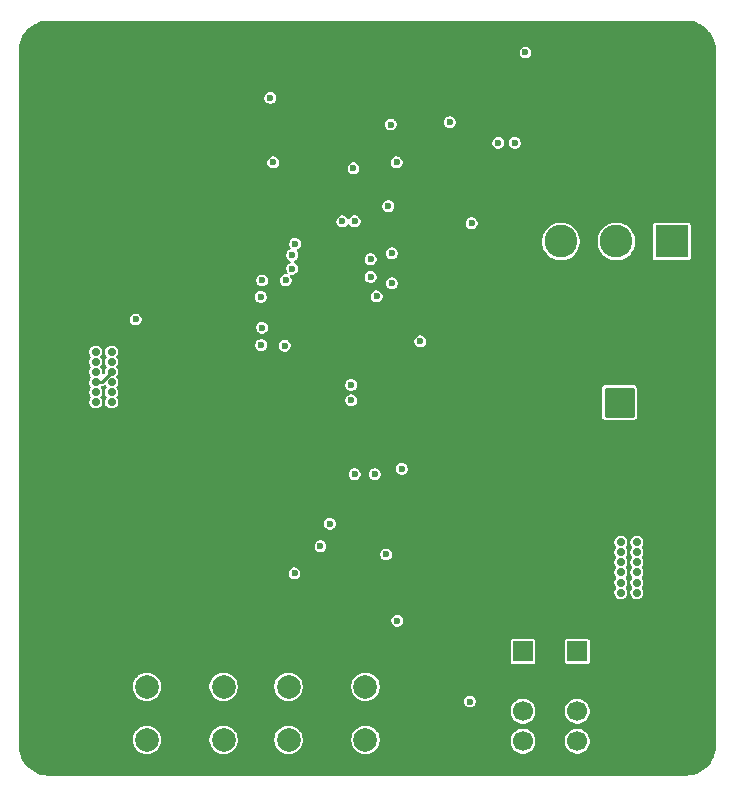
<source format=gbr>
%TF.GenerationSoftware,KiCad,Pcbnew,9.0.3*%
%TF.CreationDate,2025-07-28T19:21:27+02:00*%
%TF.ProjectId,USB_PD_JB,5553425f-5044-45f4-9a42-2e6b69636164,rev?*%
%TF.SameCoordinates,Original*%
%TF.FileFunction,Copper,L2,Inr*%
%TF.FilePolarity,Positive*%
%FSLAX46Y46*%
G04 Gerber Fmt 4.6, Leading zero omitted, Abs format (unit mm)*
G04 Created by KiCad (PCBNEW 9.0.3) date 2025-07-28 19:21:27*
%MOMM*%
%LPD*%
G01*
G04 APERTURE LIST*
G04 Aperture macros list*
%AMRoundRect*
0 Rectangle with rounded corners*
0 $1 Rounding radius*
0 $2 $3 $4 $5 $6 $7 $8 $9 X,Y pos of 4 corners*
0 Add a 4 corners polygon primitive as box body*
4,1,4,$2,$3,$4,$5,$6,$7,$8,$9,$2,$3,0*
0 Add four circle primitives for the rounded corners*
1,1,$1+$1,$2,$3*
1,1,$1+$1,$4,$5*
1,1,$1+$1,$6,$7*
1,1,$1+$1,$8,$9*
0 Add four rect primitives between the rounded corners*
20,1,$1+$1,$2,$3,$4,$5,0*
20,1,$1+$1,$4,$5,$6,$7,0*
20,1,$1+$1,$6,$7,$8,$9,0*
20,1,$1+$1,$8,$9,$2,$3,0*%
G04 Aperture macros list end*
%TA.AperFunction,ComponentPad*%
%ADD10C,2.000000*%
%TD*%
%TA.AperFunction,ComponentPad*%
%ADD11C,3.600000*%
%TD*%
%TA.AperFunction,ComponentPad*%
%ADD12R,1.700000X1.700000*%
%TD*%
%TA.AperFunction,ComponentPad*%
%ADD13C,1.700000*%
%TD*%
%TA.AperFunction,ComponentPad*%
%ADD14C,0.700000*%
%TD*%
%TA.AperFunction,ComponentPad*%
%ADD15O,2.400000X0.900000*%
%TD*%
%TA.AperFunction,ComponentPad*%
%ADD16O,1.700000X0.900000*%
%TD*%
%TA.AperFunction,ComponentPad*%
%ADD17R,2.775000X2.775000*%
%TD*%
%TA.AperFunction,ComponentPad*%
%ADD18C,2.775000*%
%TD*%
%TA.AperFunction,ComponentPad*%
%ADD19RoundRect,0.250000X1.050000X-1.050000X1.050000X1.050000X-1.050000X1.050000X-1.050000X-1.050000X0*%
%TD*%
%TA.AperFunction,ComponentPad*%
%ADD20C,2.600000*%
%TD*%
%TA.AperFunction,ViaPad*%
%ADD21C,0.600000*%
%TD*%
%TA.AperFunction,Conductor*%
%ADD22C,0.250000*%
%TD*%
G04 APERTURE END LIST*
D10*
%TO.N,Net-(C10-Pad1)*%
%TO.C,OK1*%
X139350000Y-127900000D03*
X145850000Y-127900000D03*
%TO.N,+3.3V*%
X139350000Y-132400000D03*
X145850000Y-132400000D03*
%TD*%
D11*
%TO.N,GND*%
%TO.C,H1*%
X121000000Y-77000000D03*
%TD*%
D10*
%TO.N,Net-(C9-Pad1)*%
%TO.C,MENU1*%
X127350000Y-127900000D03*
X133850000Y-127900000D03*
%TO.N,+3.3V*%
X127350000Y-132400000D03*
X133850000Y-132400000D03*
%TD*%
D12*
%TO.N,+3.3V*%
%TO.C,J5*%
X163800000Y-124900000D03*
D13*
%TO.N,GND*%
X163800000Y-127440000D03*
%TO.N,I2C_SDA*%
X163800000Y-129979999D03*
%TO.N,I2C_SCL*%
X163800000Y-132520000D03*
%TD*%
D11*
%TO.N,GND*%
%TO.C,H3*%
X172000000Y-77000000D03*
%TD*%
D12*
%TO.N,+3.3V*%
%TO.C,J4*%
X159200000Y-124900000D03*
D13*
%TO.N,GND*%
X159200000Y-127440000D03*
%TO.N,/STM32G0/SWDIO*%
X159200000Y-129979999D03*
%TO.N,/STM32G0/SWDCLK{slash}BOOT*%
X159200000Y-132520000D03*
%TD*%
D14*
%TO.N,GND*%
%TO.C,J1*%
X124360000Y-98700000D03*
%TO.N,VBUS*%
X124360000Y-99550000D03*
%TO.N,/USB Stuff/CC1*%
X124360000Y-100400001D03*
%TO.N,D_P*%
X124360000Y-101250000D03*
%TO.N,D_N*%
X124360000Y-102100000D03*
%TO.N,unconnected-(J1-SBU1-PadA8)*%
X124360000Y-102950000D03*
%TO.N,VBUS*%
X124360000Y-103800001D03*
%TO.N,GND*%
X124360000Y-104650000D03*
X123010000Y-104650000D03*
%TO.N,VBUS*%
X123010000Y-103800000D03*
%TO.N,/USB Stuff/CC2*%
X123010000Y-102950000D03*
%TO.N,D_P*%
X123010000Y-102100000D03*
%TO.N,D_N*%
X123010000Y-101250000D03*
%TO.N,unconnected-(J1-SBU2-PadB8)*%
X123010000Y-100400000D03*
%TO.N,VBUS*%
X123010000Y-99550000D03*
%TO.N,GND*%
X123010000Y-98700000D03*
D15*
X123380000Y-97350000D03*
D16*
X120000000Y-97350000D03*
D15*
X123380000Y-106000000D03*
D16*
X120000000Y-106000000D03*
%TD*%
D17*
%TO.N,/USB Stuff/TERM_OUT*%
%TO.C,SW1*%
X171800000Y-90200000D03*
D18*
%TO.N,SHUNT_OUT*%
X167100000Y-90200000D03*
%TO.N,/USB Stuff/USB_OUT*%
X162400000Y-90200000D03*
%TD*%
D11*
%TO.N,GND*%
%TO.C,H4*%
X171000000Y-130800000D03*
%TD*%
D14*
%TO.N,GND*%
%TO.C,J3*%
X167475000Y-120775000D03*
%TO.N,/USB Stuff/USB_OUT*%
X167475000Y-119925000D03*
%TO.N,unconnected-(J3-CC1-PadA5)*%
X167475000Y-119074999D03*
%TO.N,unconnected-(J3-D+-PadA6)*%
X167475000Y-118225000D03*
%TO.N,unconnected-(J3-D--PadA7)*%
X167475000Y-117375000D03*
%TO.N,unconnected-(J3-SBU1-PadA8)*%
X167475000Y-116525000D03*
%TO.N,/USB Stuff/USB_OUT*%
X167475000Y-115674999D03*
%TO.N,GND*%
X167475000Y-114825000D03*
X168825000Y-114825000D03*
%TO.N,/USB Stuff/USB_OUT*%
X168825000Y-115675000D03*
%TO.N,unconnected-(J3-CC2-PadB5)*%
X168825000Y-116525000D03*
%TO.N,unconnected-(J3-D+-PadB6)*%
X168825000Y-117375000D03*
%TO.N,unconnected-(J3-D--PadB7)*%
X168825000Y-118225000D03*
%TO.N,unconnected-(J3-SBU2-PadB8)*%
X168825000Y-119075000D03*
%TO.N,/USB Stuff/USB_OUT*%
X168825000Y-119925000D03*
%TO.N,GND*%
X168825000Y-120775000D03*
D15*
X168455000Y-122125000D03*
D16*
X171835000Y-122125000D03*
D15*
X168455000Y-113475000D03*
D16*
X171835000Y-113475000D03*
%TD*%
D11*
%TO.N,GND*%
%TO.C,H2*%
X121000000Y-130800000D03*
%TD*%
D19*
%TO.N,/USB Stuff/TERM_OUT*%
%TO.C,J2*%
X167372500Y-103845001D03*
D20*
%TO.N,GND*%
X167372500Y-98765002D03*
%TD*%
D21*
%TO.N,/STM32G0/SWDCLK{slash}BOOT*%
X148550000Y-122300000D03*
%TO.N,+3.3V*%
X137800000Y-78050001D03*
X138050000Y-83500000D03*
%TO.N,GND*%
X144500000Y-123500000D03*
X137800000Y-79000000D03*
X135200000Y-101300000D03*
X141000000Y-81800000D03*
X146700000Y-97500000D03*
X152800000Y-91200000D03*
X141000000Y-82800000D03*
X149000000Y-112350000D03*
X149000000Y-111400000D03*
X141000000Y-80800000D03*
X135000000Y-121700000D03*
X138250000Y-104350000D03*
X132100000Y-101700000D03*
X139900000Y-82520000D03*
X129700000Y-82400000D03*
X152800000Y-96700000D03*
X148000000Y-73000000D03*
X137775000Y-107900000D03*
X148900000Y-131350000D03*
X139900000Y-81640000D03*
X143200000Y-97400000D03*
X139900000Y-79000000D03*
X121400000Y-95000000D03*
X142100000Y-88400000D03*
X138600000Y-79000000D03*
X150000000Y-73000000D03*
X143600000Y-104200000D03*
X130700000Y-82400000D03*
X146100000Y-101300000D03*
X128700000Y-82400000D03*
X142300000Y-106350000D03*
X155900000Y-79800000D03*
X137900000Y-76100000D03*
X146100000Y-102700000D03*
X159700000Y-79800000D03*
X139900000Y-83400000D03*
X151000000Y-73000000D03*
X141000000Y-79800000D03*
X139900000Y-79880000D03*
X152800000Y-93800000D03*
X149000000Y-73000000D03*
X131700000Y-97500000D03*
X131800000Y-82000000D03*
X139900000Y-80760000D03*
X148500000Y-81500000D03*
X135300000Y-79000000D03*
X120981250Y-90500000D03*
X152000000Y-73000000D03*
X127800000Y-88400000D03*
X135000000Y-108100000D03*
X153600000Y-118400000D03*
X125900000Y-85600000D03*
X134900000Y-110300000D03*
X156000000Y-102150000D03*
X135200000Y-102000000D03*
%TO.N,Net-(Q1-D)*%
X148500000Y-83500000D03*
X146800000Y-94850000D03*
%TO.N,/USB Stuff/CC2*%
X126400000Y-96800000D03*
X137000000Y-94900000D03*
X146300000Y-91700000D03*
%TO.N,/USB Stuff/CC1*%
X146300000Y-93200000D03*
X137100000Y-97500000D03*
%TO.N,/STM32G0/SWDIO*%
X142050000Y-116000000D03*
%TO.N,Net-(Q1-G)*%
X147800000Y-87200000D03*
X148000000Y-80300000D03*
X159400000Y-74200000D03*
X153000000Y-80100000D03*
%TO.N,/USB Stuff/VBUS_VS_DISCH*%
X139100000Y-93487500D03*
X137100000Y-93500000D03*
%TO.N,ST_RESET*%
X150500000Y-98650000D03*
X148950000Y-109450000D03*
%TO.N,Net-(U1-ADDR0)*%
X139650000Y-91350000D03*
X148100000Y-93750000D03*
%TO.N,Net-(U1-ADDR1)*%
X148100000Y-91200000D03*
X139900000Y-90400000D03*
%TO.N,Net-(U1-VBUS_EN_SNK)*%
X144837500Y-84012500D03*
X139650000Y-92500000D03*
%TO.N,SHUNT_OUT*%
X154850000Y-88650000D03*
%TO.N,/STM32G0/RESET*%
X142850000Y-114100000D03*
X154700000Y-129150000D03*
%TO.N,I2C_SCL*%
X144650000Y-103650000D03*
X158500000Y-81850000D03*
X144950000Y-88500000D03*
X147600000Y-116700000D03*
%TO.N,I2C_SDA*%
X143900000Y-88500000D03*
X157100000Y-81850000D03*
X144650000Y-102350000D03*
X139850000Y-118300000D03*
%TO.N,TXD_MCU*%
X137025000Y-98975000D03*
X144950000Y-109900000D03*
%TO.N,RXD_MCU*%
X139025000Y-99025000D03*
X146650000Y-109900000D03*
%TD*%
D22*
%TO.N,D_P*%
X123010000Y-102100000D02*
X123510000Y-102100000D01*
X123510000Y-102100000D02*
X124360000Y-101250000D01*
%TD*%
%TA.AperFunction,Conductor*%
%TO.N,GND*%
G36*
X172955425Y-71500501D02*
G01*
X173017566Y-71500501D01*
X173025052Y-71500726D01*
X173315113Y-71518274D01*
X173329973Y-71520078D01*
X173612114Y-71571784D01*
X173626640Y-71575365D01*
X173900493Y-71660702D01*
X173914480Y-71666007D01*
X174176052Y-71783733D01*
X174189299Y-71790685D01*
X174434768Y-71939079D01*
X174447087Y-71947582D01*
X174672874Y-72124476D01*
X174684082Y-72134406D01*
X174886904Y-72337229D01*
X174896827Y-72348429D01*
X174985279Y-72461330D01*
X175073724Y-72574223D01*
X175082230Y-72586546D01*
X175230617Y-72832009D01*
X175237576Y-72845268D01*
X175355298Y-73106836D01*
X175360607Y-73120837D01*
X175445936Y-73394669D01*
X175449520Y-73409208D01*
X175501222Y-73691342D01*
X175503027Y-73706206D01*
X175504685Y-73733608D01*
X175514307Y-73892683D01*
X175520593Y-73996588D01*
X175520819Y-74004075D01*
X175520819Y-132847131D01*
X175520814Y-132855302D01*
X175520782Y-132855425D01*
X175520782Y-132917579D01*
X175520782Y-132917629D01*
X175520779Y-132917636D01*
X175520556Y-132925052D01*
X175503008Y-133215110D01*
X175501203Y-133229974D01*
X175449499Y-133512105D01*
X175445915Y-133526644D01*
X175360581Y-133800483D01*
X175355271Y-133814484D01*
X175237552Y-134076042D01*
X175230593Y-134089301D01*
X175082204Y-134334761D01*
X175073698Y-134347084D01*
X174896806Y-134572868D01*
X174886877Y-134584076D01*
X174684049Y-134786901D01*
X174672841Y-134796830D01*
X174447061Y-134973715D01*
X174434737Y-134982221D01*
X174189273Y-135130607D01*
X174176014Y-135137566D01*
X173914455Y-135255282D01*
X173900455Y-135260592D01*
X173626610Y-135345924D01*
X173612071Y-135349507D01*
X173329943Y-135401207D01*
X173315078Y-135403012D01*
X173024407Y-135420593D01*
X173016921Y-135420819D01*
X119025037Y-135420819D01*
X119017549Y-135420593D01*
X118727489Y-135403045D01*
X118712625Y-135401240D01*
X118430490Y-135349536D01*
X118415951Y-135345952D01*
X118142108Y-135260618D01*
X118128119Y-135255313D01*
X117866538Y-135137584D01*
X117853302Y-135130637D01*
X117607825Y-134982240D01*
X117595504Y-134973736D01*
X117595477Y-134973715D01*
X117369713Y-134796839D01*
X117358505Y-134786909D01*
X117155690Y-134584095D01*
X117145760Y-134572887D01*
X117025804Y-134419775D01*
X116968859Y-134347090D01*
X116960361Y-134334779D01*
X116811963Y-134089298D01*
X116805013Y-134076056D01*
X116687287Y-133814483D01*
X116681982Y-133800496D01*
X116596645Y-133526642D01*
X116593063Y-133512110D01*
X116593062Y-133512105D01*
X116541358Y-133229973D01*
X116539554Y-133215111D01*
X116537555Y-133182074D01*
X116522008Y-132925067D01*
X116521782Y-132917579D01*
X116521782Y-132305513D01*
X126149500Y-132305513D01*
X126149500Y-132494486D01*
X126179059Y-132681118D01*
X126237454Y-132860836D01*
X126301917Y-132987351D01*
X126323240Y-133029199D01*
X126434310Y-133182073D01*
X126567927Y-133315690D01*
X126720801Y-133426760D01*
X126738092Y-133435570D01*
X126889163Y-133512545D01*
X126889165Y-133512545D01*
X126889168Y-133512547D01*
X126943283Y-133530130D01*
X127068881Y-133570940D01*
X127255514Y-133600500D01*
X127255519Y-133600500D01*
X127444486Y-133600500D01*
X127631118Y-133570940D01*
X127632475Y-133570499D01*
X127810832Y-133512547D01*
X127811700Y-133512105D01*
X127817014Y-133509396D01*
X127979199Y-133426760D01*
X128132073Y-133315690D01*
X128265690Y-133182073D01*
X128376760Y-133029199D01*
X128462547Y-132860832D01*
X128520940Y-132681118D01*
X128530071Y-132623465D01*
X128550500Y-132494486D01*
X128550500Y-132305513D01*
X132649500Y-132305513D01*
X132649500Y-132494486D01*
X132679059Y-132681118D01*
X132737454Y-132860836D01*
X132801917Y-132987351D01*
X132823240Y-133029199D01*
X132934310Y-133182073D01*
X133067927Y-133315690D01*
X133220801Y-133426760D01*
X133238092Y-133435570D01*
X133389163Y-133512545D01*
X133389165Y-133512545D01*
X133389168Y-133512547D01*
X133443283Y-133530130D01*
X133568881Y-133570940D01*
X133755514Y-133600500D01*
X133755519Y-133600500D01*
X133944486Y-133600500D01*
X134131118Y-133570940D01*
X134132475Y-133570499D01*
X134310832Y-133512547D01*
X134311700Y-133512105D01*
X134317014Y-133509396D01*
X134479199Y-133426760D01*
X134632073Y-133315690D01*
X134765690Y-133182073D01*
X134876760Y-133029199D01*
X134962547Y-132860832D01*
X135020940Y-132681118D01*
X135030071Y-132623465D01*
X135050500Y-132494486D01*
X135050500Y-132305513D01*
X138149500Y-132305513D01*
X138149500Y-132494486D01*
X138179059Y-132681118D01*
X138237454Y-132860836D01*
X138301917Y-132987351D01*
X138323240Y-133029199D01*
X138434310Y-133182073D01*
X138567927Y-133315690D01*
X138720801Y-133426760D01*
X138738092Y-133435570D01*
X138889163Y-133512545D01*
X138889165Y-133512545D01*
X138889168Y-133512547D01*
X138943283Y-133530130D01*
X139068881Y-133570940D01*
X139255514Y-133600500D01*
X139255519Y-133600500D01*
X139444486Y-133600500D01*
X139631118Y-133570940D01*
X139632475Y-133570499D01*
X139810832Y-133512547D01*
X139811700Y-133512105D01*
X139817014Y-133509396D01*
X139979199Y-133426760D01*
X140132073Y-133315690D01*
X140265690Y-133182073D01*
X140376760Y-133029199D01*
X140462547Y-132860832D01*
X140520940Y-132681118D01*
X140530071Y-132623465D01*
X140550500Y-132494486D01*
X140550500Y-132305513D01*
X144649500Y-132305513D01*
X144649500Y-132494486D01*
X144679059Y-132681118D01*
X144737454Y-132860836D01*
X144801917Y-132987351D01*
X144823240Y-133029199D01*
X144934310Y-133182073D01*
X145067927Y-133315690D01*
X145220801Y-133426760D01*
X145238092Y-133435570D01*
X145389163Y-133512545D01*
X145389165Y-133512545D01*
X145389168Y-133512547D01*
X145443283Y-133530130D01*
X145568881Y-133570940D01*
X145755514Y-133600500D01*
X145755519Y-133600500D01*
X145944486Y-133600500D01*
X146131118Y-133570940D01*
X146132475Y-133570499D01*
X146310832Y-133512547D01*
X146311700Y-133512105D01*
X146317014Y-133509396D01*
X146479199Y-133426760D01*
X146632073Y-133315690D01*
X146765690Y-133182073D01*
X146876760Y-133029199D01*
X146962547Y-132860832D01*
X147020940Y-132681118D01*
X147030071Y-132623465D01*
X147050500Y-132494486D01*
X147050500Y-132416530D01*
X158149500Y-132416530D01*
X158149500Y-132623469D01*
X158189868Y-132826412D01*
X158189870Y-132826420D01*
X158256472Y-132987212D01*
X158269059Y-133017598D01*
X158319634Y-133093290D01*
X158384024Y-133189657D01*
X158530342Y-133335975D01*
X158530345Y-133335977D01*
X158702402Y-133450941D01*
X158893580Y-133530130D01*
X159096530Y-133570499D01*
X159096534Y-133570500D01*
X159096535Y-133570500D01*
X159303466Y-133570500D01*
X159303467Y-133570499D01*
X159506420Y-133530130D01*
X159697598Y-133450941D01*
X159869655Y-133335977D01*
X160015977Y-133189655D01*
X160130941Y-133017598D01*
X160210130Y-132826420D01*
X160250500Y-132623465D01*
X160250500Y-132416535D01*
X160250499Y-132416530D01*
X162749500Y-132416530D01*
X162749500Y-132623469D01*
X162789868Y-132826412D01*
X162789870Y-132826420D01*
X162856472Y-132987212D01*
X162869059Y-133017598D01*
X162919634Y-133093290D01*
X162984024Y-133189657D01*
X163130342Y-133335975D01*
X163130345Y-133335977D01*
X163302402Y-133450941D01*
X163493580Y-133530130D01*
X163696530Y-133570499D01*
X163696534Y-133570500D01*
X163696535Y-133570500D01*
X163903466Y-133570500D01*
X163903467Y-133570499D01*
X164106420Y-133530130D01*
X164297598Y-133450941D01*
X164469655Y-133335977D01*
X164615977Y-133189655D01*
X164730941Y-133017598D01*
X164810130Y-132826420D01*
X164850500Y-132623465D01*
X164850500Y-132416535D01*
X164810130Y-132213580D01*
X164730941Y-132022402D01*
X164615977Y-131850345D01*
X164615975Y-131850342D01*
X164469657Y-131704024D01*
X164340798Y-131617924D01*
X164297598Y-131589059D01*
X164106420Y-131509870D01*
X164106412Y-131509868D01*
X163903469Y-131469500D01*
X163903465Y-131469500D01*
X163696535Y-131469500D01*
X163696530Y-131469500D01*
X163493587Y-131509868D01*
X163493579Y-131509870D01*
X163302403Y-131589058D01*
X163130342Y-131704024D01*
X162984024Y-131850342D01*
X162869058Y-132022403D01*
X162789870Y-132213579D01*
X162789868Y-132213587D01*
X162749500Y-132416530D01*
X160250499Y-132416530D01*
X160210130Y-132213580D01*
X160130941Y-132022402D01*
X160015977Y-131850345D01*
X160015975Y-131850342D01*
X159869657Y-131704024D01*
X159740798Y-131617924D01*
X159697598Y-131589059D01*
X159506420Y-131509870D01*
X159506412Y-131509868D01*
X159303469Y-131469500D01*
X159303465Y-131469500D01*
X159096535Y-131469500D01*
X159096530Y-131469500D01*
X158893587Y-131509868D01*
X158893579Y-131509870D01*
X158702403Y-131589058D01*
X158530342Y-131704024D01*
X158384024Y-131850342D01*
X158269058Y-132022403D01*
X158189870Y-132213579D01*
X158189868Y-132213587D01*
X158149500Y-132416530D01*
X147050500Y-132416530D01*
X147050500Y-132305513D01*
X147020940Y-132118881D01*
X146989592Y-132022403D01*
X146962547Y-131939168D01*
X146962545Y-131939165D01*
X146962545Y-131939163D01*
X146876759Y-131770800D01*
X146828243Y-131704024D01*
X146765690Y-131617927D01*
X146632073Y-131484310D01*
X146479199Y-131373240D01*
X146310836Y-131287454D01*
X146131118Y-131229059D01*
X145944486Y-131199500D01*
X145944481Y-131199500D01*
X145755519Y-131199500D01*
X145755514Y-131199500D01*
X145568881Y-131229059D01*
X145389163Y-131287454D01*
X145220800Y-131373240D01*
X145133579Y-131436610D01*
X145067927Y-131484310D01*
X145067925Y-131484312D01*
X145067924Y-131484312D01*
X144934312Y-131617924D01*
X144934312Y-131617925D01*
X144934310Y-131617927D01*
X144886610Y-131683579D01*
X144823240Y-131770800D01*
X144737454Y-131939163D01*
X144679059Y-132118881D01*
X144649500Y-132305513D01*
X140550500Y-132305513D01*
X140520940Y-132118881D01*
X140489592Y-132022403D01*
X140462547Y-131939168D01*
X140462545Y-131939165D01*
X140462545Y-131939163D01*
X140376759Y-131770800D01*
X140328243Y-131704024D01*
X140265690Y-131617927D01*
X140132073Y-131484310D01*
X139979199Y-131373240D01*
X139810836Y-131287454D01*
X139631118Y-131229059D01*
X139444486Y-131199500D01*
X139444481Y-131199500D01*
X139255519Y-131199500D01*
X139255514Y-131199500D01*
X139068881Y-131229059D01*
X138889163Y-131287454D01*
X138720800Y-131373240D01*
X138633579Y-131436610D01*
X138567927Y-131484310D01*
X138567925Y-131484312D01*
X138567924Y-131484312D01*
X138434312Y-131617924D01*
X138434312Y-131617925D01*
X138434310Y-131617927D01*
X138386610Y-131683579D01*
X138323240Y-131770800D01*
X138237454Y-131939163D01*
X138179059Y-132118881D01*
X138149500Y-132305513D01*
X135050500Y-132305513D01*
X135020940Y-132118881D01*
X134989592Y-132022403D01*
X134962547Y-131939168D01*
X134962545Y-131939165D01*
X134962545Y-131939163D01*
X134876759Y-131770800D01*
X134828243Y-131704024D01*
X134765690Y-131617927D01*
X134632073Y-131484310D01*
X134479199Y-131373240D01*
X134310836Y-131287454D01*
X134131118Y-131229059D01*
X133944486Y-131199500D01*
X133944481Y-131199500D01*
X133755519Y-131199500D01*
X133755514Y-131199500D01*
X133568881Y-131229059D01*
X133389163Y-131287454D01*
X133220800Y-131373240D01*
X133133579Y-131436610D01*
X133067927Y-131484310D01*
X133067925Y-131484312D01*
X133067924Y-131484312D01*
X132934312Y-131617924D01*
X132934312Y-131617925D01*
X132934310Y-131617927D01*
X132886610Y-131683579D01*
X132823240Y-131770800D01*
X132737454Y-131939163D01*
X132679059Y-132118881D01*
X132649500Y-132305513D01*
X128550500Y-132305513D01*
X128520940Y-132118881D01*
X128489592Y-132022403D01*
X128462547Y-131939168D01*
X128462545Y-131939165D01*
X128462545Y-131939163D01*
X128376759Y-131770800D01*
X128328243Y-131704024D01*
X128265690Y-131617927D01*
X128132073Y-131484310D01*
X127979199Y-131373240D01*
X127810836Y-131287454D01*
X127631118Y-131229059D01*
X127444486Y-131199500D01*
X127444481Y-131199500D01*
X127255519Y-131199500D01*
X127255514Y-131199500D01*
X127068881Y-131229059D01*
X126889163Y-131287454D01*
X126720800Y-131373240D01*
X126633579Y-131436610D01*
X126567927Y-131484310D01*
X126567925Y-131484312D01*
X126567924Y-131484312D01*
X126434312Y-131617924D01*
X126434312Y-131617925D01*
X126434310Y-131617927D01*
X126386610Y-131683579D01*
X126323240Y-131770800D01*
X126237454Y-131939163D01*
X126179059Y-132118881D01*
X126149500Y-132305513D01*
X116521782Y-132305513D01*
X116521782Y-129876529D01*
X158149500Y-129876529D01*
X158149500Y-130083468D01*
X158189868Y-130286411D01*
X158189870Y-130286419D01*
X158269058Y-130477595D01*
X158384024Y-130649656D01*
X158530342Y-130795974D01*
X158530345Y-130795976D01*
X158702402Y-130910940D01*
X158893580Y-130990129D01*
X159096530Y-131030498D01*
X159096534Y-131030499D01*
X159096535Y-131030499D01*
X159303466Y-131030499D01*
X159303467Y-131030498D01*
X159506420Y-130990129D01*
X159697598Y-130910940D01*
X159869655Y-130795976D01*
X160015977Y-130649654D01*
X160130941Y-130477597D01*
X160210130Y-130286419D01*
X160250500Y-130083464D01*
X160250500Y-129876534D01*
X160250499Y-129876529D01*
X162749500Y-129876529D01*
X162749500Y-130083468D01*
X162789868Y-130286411D01*
X162789870Y-130286419D01*
X162869058Y-130477595D01*
X162984024Y-130649656D01*
X163130342Y-130795974D01*
X163130345Y-130795976D01*
X163302402Y-130910940D01*
X163493580Y-130990129D01*
X163696530Y-131030498D01*
X163696534Y-131030499D01*
X163696535Y-131030499D01*
X163903466Y-131030499D01*
X163903467Y-131030498D01*
X164106420Y-130990129D01*
X164297598Y-130910940D01*
X164469655Y-130795976D01*
X164615977Y-130649654D01*
X164730941Y-130477597D01*
X164810130Y-130286419D01*
X164850500Y-130083464D01*
X164850500Y-129876534D01*
X164810130Y-129673579D01*
X164730941Y-129482401D01*
X164615977Y-129310344D01*
X164615975Y-129310341D01*
X164469657Y-129164023D01*
X164330347Y-129070940D01*
X164297598Y-129049058D01*
X164209448Y-129012545D01*
X164106420Y-128969869D01*
X164106412Y-128969867D01*
X163903469Y-128929499D01*
X163903465Y-128929499D01*
X163696535Y-128929499D01*
X163696530Y-128929499D01*
X163493587Y-128969867D01*
X163493579Y-128969869D01*
X163302403Y-129049057D01*
X163130342Y-129164023D01*
X162984024Y-129310341D01*
X162869058Y-129482402D01*
X162789870Y-129673578D01*
X162789868Y-129673586D01*
X162749500Y-129876529D01*
X160250499Y-129876529D01*
X160210130Y-129673579D01*
X160130941Y-129482401D01*
X160015977Y-129310344D01*
X160015975Y-129310341D01*
X159869657Y-129164023D01*
X159730347Y-129070940D01*
X159697598Y-129049058D01*
X159609448Y-129012545D01*
X159506420Y-128969869D01*
X159506412Y-128969867D01*
X159303469Y-128929499D01*
X159303465Y-128929499D01*
X159096535Y-128929499D01*
X159096530Y-128929499D01*
X158893587Y-128969867D01*
X158893579Y-128969869D01*
X158702403Y-129049057D01*
X158530342Y-129164023D01*
X158384024Y-129310341D01*
X158269058Y-129482402D01*
X158189870Y-129673578D01*
X158189868Y-129673586D01*
X158149500Y-129876529D01*
X116521782Y-129876529D01*
X116521782Y-127805513D01*
X126149500Y-127805513D01*
X126149500Y-127994486D01*
X126179059Y-128181118D01*
X126237454Y-128360836D01*
X126323240Y-128529199D01*
X126434310Y-128682073D01*
X126567927Y-128815690D01*
X126720801Y-128926760D01*
X126796825Y-128965496D01*
X126889163Y-129012545D01*
X126889165Y-129012545D01*
X126889168Y-129012547D01*
X126985497Y-129043846D01*
X127068881Y-129070940D01*
X127255514Y-129100500D01*
X127255519Y-129100500D01*
X127444486Y-129100500D01*
X127631118Y-129070940D01*
X127698463Y-129049058D01*
X127810832Y-129012547D01*
X127979199Y-128926760D01*
X128132073Y-128815690D01*
X128265690Y-128682073D01*
X128376760Y-128529199D01*
X128462547Y-128360832D01*
X128520940Y-128181118D01*
X128550500Y-127994486D01*
X128550500Y-127805513D01*
X132649500Y-127805513D01*
X132649500Y-127994486D01*
X132679059Y-128181118D01*
X132737454Y-128360836D01*
X132823240Y-128529199D01*
X132934310Y-128682073D01*
X133067927Y-128815690D01*
X133220801Y-128926760D01*
X133296825Y-128965496D01*
X133389163Y-129012545D01*
X133389165Y-129012545D01*
X133389168Y-129012547D01*
X133485497Y-129043846D01*
X133568881Y-129070940D01*
X133755514Y-129100500D01*
X133755519Y-129100500D01*
X133944486Y-129100500D01*
X134131118Y-129070940D01*
X134198463Y-129049058D01*
X134310832Y-129012547D01*
X134479199Y-128926760D01*
X134632073Y-128815690D01*
X134765690Y-128682073D01*
X134876760Y-128529199D01*
X134962547Y-128360832D01*
X135020940Y-128181118D01*
X135050500Y-127994486D01*
X135050500Y-127805513D01*
X138149500Y-127805513D01*
X138149500Y-127994486D01*
X138179059Y-128181118D01*
X138237454Y-128360836D01*
X138323240Y-128529199D01*
X138434310Y-128682073D01*
X138567927Y-128815690D01*
X138720801Y-128926760D01*
X138796825Y-128965496D01*
X138889163Y-129012545D01*
X138889165Y-129012545D01*
X138889168Y-129012547D01*
X138985497Y-129043846D01*
X139068881Y-129070940D01*
X139255514Y-129100500D01*
X139255519Y-129100500D01*
X139444486Y-129100500D01*
X139631118Y-129070940D01*
X139698463Y-129049058D01*
X139810832Y-129012547D01*
X139979199Y-128926760D01*
X140132073Y-128815690D01*
X140265690Y-128682073D01*
X140376760Y-128529199D01*
X140462547Y-128360832D01*
X140520940Y-128181118D01*
X140550500Y-127994486D01*
X140550500Y-127805513D01*
X144649500Y-127805513D01*
X144649500Y-127994486D01*
X144679059Y-128181118D01*
X144737454Y-128360836D01*
X144823240Y-128529199D01*
X144934310Y-128682073D01*
X145067927Y-128815690D01*
X145220801Y-128926760D01*
X145296825Y-128965496D01*
X145389163Y-129012545D01*
X145389165Y-129012545D01*
X145389168Y-129012547D01*
X145485497Y-129043846D01*
X145568881Y-129070940D01*
X145755514Y-129100500D01*
X145755519Y-129100500D01*
X145944486Y-129100500D01*
X146047980Y-129084108D01*
X154199500Y-129084108D01*
X154199500Y-129215891D01*
X154233608Y-129343187D01*
X154266554Y-129400250D01*
X154299500Y-129457314D01*
X154392686Y-129550500D01*
X154506814Y-129616392D01*
X154634108Y-129650500D01*
X154634110Y-129650500D01*
X154765890Y-129650500D01*
X154765892Y-129650500D01*
X154893186Y-129616392D01*
X155007314Y-129550500D01*
X155100500Y-129457314D01*
X155166392Y-129343186D01*
X155200500Y-129215892D01*
X155200500Y-129084108D01*
X155166392Y-128956814D01*
X155100500Y-128842686D01*
X155007314Y-128749500D01*
X154950250Y-128716554D01*
X154893187Y-128683608D01*
X154829539Y-128666554D01*
X154765892Y-128649500D01*
X154634108Y-128649500D01*
X154506812Y-128683608D01*
X154392686Y-128749500D01*
X154392683Y-128749502D01*
X154299502Y-128842683D01*
X154299500Y-128842686D01*
X154233608Y-128956812D01*
X154199500Y-129084108D01*
X146047980Y-129084108D01*
X146131118Y-129070940D01*
X146198463Y-129049058D01*
X146310832Y-129012547D01*
X146479199Y-128926760D01*
X146632073Y-128815690D01*
X146765690Y-128682073D01*
X146876760Y-128529199D01*
X146962547Y-128360832D01*
X147020940Y-128181118D01*
X147050500Y-127994486D01*
X147050500Y-127805513D01*
X147020940Y-127618881D01*
X146962545Y-127439163D01*
X146876759Y-127270800D01*
X146765690Y-127117927D01*
X146632073Y-126984310D01*
X146479199Y-126873240D01*
X146310836Y-126787454D01*
X146131118Y-126729059D01*
X145944486Y-126699500D01*
X145944481Y-126699500D01*
X145755519Y-126699500D01*
X145755514Y-126699500D01*
X145568881Y-126729059D01*
X145389163Y-126787454D01*
X145220800Y-126873240D01*
X145133579Y-126936610D01*
X145067927Y-126984310D01*
X145067925Y-126984312D01*
X145067924Y-126984312D01*
X144934312Y-127117924D01*
X144934312Y-127117925D01*
X144934310Y-127117927D01*
X144886610Y-127183579D01*
X144823240Y-127270800D01*
X144737454Y-127439163D01*
X144679059Y-127618881D01*
X144649500Y-127805513D01*
X140550500Y-127805513D01*
X140520940Y-127618881D01*
X140462545Y-127439163D01*
X140376759Y-127270800D01*
X140265690Y-127117927D01*
X140132073Y-126984310D01*
X139979199Y-126873240D01*
X139810836Y-126787454D01*
X139631118Y-126729059D01*
X139444486Y-126699500D01*
X139444481Y-126699500D01*
X139255519Y-126699500D01*
X139255514Y-126699500D01*
X139068881Y-126729059D01*
X138889163Y-126787454D01*
X138720800Y-126873240D01*
X138633579Y-126936610D01*
X138567927Y-126984310D01*
X138567925Y-126984312D01*
X138567924Y-126984312D01*
X138434312Y-127117924D01*
X138434312Y-127117925D01*
X138434310Y-127117927D01*
X138386610Y-127183579D01*
X138323240Y-127270800D01*
X138237454Y-127439163D01*
X138179059Y-127618881D01*
X138149500Y-127805513D01*
X135050500Y-127805513D01*
X135020940Y-127618881D01*
X134962545Y-127439163D01*
X134876759Y-127270800D01*
X134765690Y-127117927D01*
X134632073Y-126984310D01*
X134479199Y-126873240D01*
X134310836Y-126787454D01*
X134131118Y-126729059D01*
X133944486Y-126699500D01*
X133944481Y-126699500D01*
X133755519Y-126699500D01*
X133755514Y-126699500D01*
X133568881Y-126729059D01*
X133389163Y-126787454D01*
X133220800Y-126873240D01*
X133133579Y-126936610D01*
X133067927Y-126984310D01*
X133067925Y-126984312D01*
X133067924Y-126984312D01*
X132934312Y-127117924D01*
X132934312Y-127117925D01*
X132934310Y-127117927D01*
X132886610Y-127183579D01*
X132823240Y-127270800D01*
X132737454Y-127439163D01*
X132679059Y-127618881D01*
X132649500Y-127805513D01*
X128550500Y-127805513D01*
X128520940Y-127618881D01*
X128462545Y-127439163D01*
X128376759Y-127270800D01*
X128265690Y-127117927D01*
X128132073Y-126984310D01*
X127979199Y-126873240D01*
X127810836Y-126787454D01*
X127631118Y-126729059D01*
X127444486Y-126699500D01*
X127444481Y-126699500D01*
X127255519Y-126699500D01*
X127255514Y-126699500D01*
X127068881Y-126729059D01*
X126889163Y-126787454D01*
X126720800Y-126873240D01*
X126633579Y-126936610D01*
X126567927Y-126984310D01*
X126567925Y-126984312D01*
X126567924Y-126984312D01*
X126434312Y-127117924D01*
X126434312Y-127117925D01*
X126434310Y-127117927D01*
X126386610Y-127183579D01*
X126323240Y-127270800D01*
X126237454Y-127439163D01*
X126179059Y-127618881D01*
X126149500Y-127805513D01*
X116521782Y-127805513D01*
X116521782Y-124030247D01*
X158149500Y-124030247D01*
X158149500Y-125769752D01*
X158161131Y-125828229D01*
X158161132Y-125828230D01*
X158205447Y-125894552D01*
X158271769Y-125938867D01*
X158271770Y-125938868D01*
X158330247Y-125950499D01*
X158330250Y-125950500D01*
X158330252Y-125950500D01*
X160069750Y-125950500D01*
X160069751Y-125950499D01*
X160084568Y-125947552D01*
X160128229Y-125938868D01*
X160128229Y-125938867D01*
X160128231Y-125938867D01*
X160194552Y-125894552D01*
X160238867Y-125828231D01*
X160238867Y-125828229D01*
X160238868Y-125828229D01*
X160250499Y-125769752D01*
X160250500Y-125769750D01*
X160250500Y-124030249D01*
X160250499Y-124030247D01*
X162749500Y-124030247D01*
X162749500Y-125769752D01*
X162761131Y-125828229D01*
X162761132Y-125828230D01*
X162805447Y-125894552D01*
X162871769Y-125938867D01*
X162871770Y-125938868D01*
X162930247Y-125950499D01*
X162930250Y-125950500D01*
X162930252Y-125950500D01*
X164669750Y-125950500D01*
X164669751Y-125950499D01*
X164684568Y-125947552D01*
X164728229Y-125938868D01*
X164728229Y-125938867D01*
X164728231Y-125938867D01*
X164794552Y-125894552D01*
X164838867Y-125828231D01*
X164838867Y-125828229D01*
X164838868Y-125828229D01*
X164850499Y-125769752D01*
X164850500Y-125769750D01*
X164850500Y-124030249D01*
X164850499Y-124030247D01*
X164838868Y-123971770D01*
X164838867Y-123971769D01*
X164794552Y-123905447D01*
X164728230Y-123861132D01*
X164728229Y-123861131D01*
X164669752Y-123849500D01*
X164669748Y-123849500D01*
X162930252Y-123849500D01*
X162930247Y-123849500D01*
X162871770Y-123861131D01*
X162871769Y-123861132D01*
X162805447Y-123905447D01*
X162761132Y-123971769D01*
X162761131Y-123971770D01*
X162749500Y-124030247D01*
X160250499Y-124030247D01*
X160238868Y-123971770D01*
X160238867Y-123971769D01*
X160194552Y-123905447D01*
X160128230Y-123861132D01*
X160128229Y-123861131D01*
X160069752Y-123849500D01*
X160069748Y-123849500D01*
X158330252Y-123849500D01*
X158330247Y-123849500D01*
X158271770Y-123861131D01*
X158271769Y-123861132D01*
X158205447Y-123905447D01*
X158161132Y-123971769D01*
X158161131Y-123971770D01*
X158149500Y-124030247D01*
X116521782Y-124030247D01*
X116521782Y-122234108D01*
X148049500Y-122234108D01*
X148049500Y-122365891D01*
X148083608Y-122493187D01*
X148116554Y-122550250D01*
X148149500Y-122607314D01*
X148242686Y-122700500D01*
X148356814Y-122766392D01*
X148484108Y-122800500D01*
X148484110Y-122800500D01*
X148615890Y-122800500D01*
X148615892Y-122800500D01*
X148743186Y-122766392D01*
X148857314Y-122700500D01*
X148950500Y-122607314D01*
X149016392Y-122493186D01*
X149050500Y-122365892D01*
X149050500Y-122234108D01*
X149016392Y-122106814D01*
X148950500Y-121992686D01*
X148857314Y-121899500D01*
X148800250Y-121866554D01*
X148743187Y-121833608D01*
X148679539Y-121816554D01*
X148615892Y-121799500D01*
X148484108Y-121799500D01*
X148356812Y-121833608D01*
X148242686Y-121899500D01*
X148242683Y-121899502D01*
X148149502Y-121992683D01*
X148149500Y-121992686D01*
X148083608Y-122106812D01*
X148049500Y-122234108D01*
X116521782Y-122234108D01*
X116521782Y-118234108D01*
X139349500Y-118234108D01*
X139349500Y-118365891D01*
X139383608Y-118493187D01*
X139416554Y-118550250D01*
X139449500Y-118607314D01*
X139542686Y-118700500D01*
X139656814Y-118766392D01*
X139784108Y-118800500D01*
X139784110Y-118800500D01*
X139915890Y-118800500D01*
X139915892Y-118800500D01*
X140043186Y-118766392D01*
X140157314Y-118700500D01*
X140250500Y-118607314D01*
X140316392Y-118493186D01*
X140350500Y-118365892D01*
X140350500Y-118234108D01*
X140316392Y-118106814D01*
X140250500Y-117992686D01*
X140157314Y-117899500D01*
X140100250Y-117866554D01*
X140043187Y-117833608D01*
X139979539Y-117816554D01*
X139915892Y-117799500D01*
X139784108Y-117799500D01*
X139656812Y-117833608D01*
X139542686Y-117899500D01*
X139542683Y-117899502D01*
X139449502Y-117992683D01*
X139449500Y-117992686D01*
X139383608Y-118106812D01*
X139349500Y-118234108D01*
X116521782Y-118234108D01*
X116521782Y-116634108D01*
X147099500Y-116634108D01*
X147099500Y-116765891D01*
X147133608Y-116893187D01*
X147151192Y-116923642D01*
X147199500Y-117007314D01*
X147292686Y-117100500D01*
X147406814Y-117166392D01*
X147534108Y-117200500D01*
X147534110Y-117200500D01*
X147665890Y-117200500D01*
X147665892Y-117200500D01*
X147793186Y-117166392D01*
X147907314Y-117100500D01*
X148000500Y-117007314D01*
X148066392Y-116893186D01*
X148100500Y-116765892D01*
X148100500Y-116634108D01*
X148066392Y-116506814D01*
X148000500Y-116392686D01*
X147907314Y-116299500D01*
X147850250Y-116266554D01*
X147793187Y-116233608D01*
X147729539Y-116216554D01*
X147665892Y-116199500D01*
X147534108Y-116199500D01*
X147406812Y-116233608D01*
X147292686Y-116299500D01*
X147292683Y-116299502D01*
X147199502Y-116392683D01*
X147199500Y-116392686D01*
X147133608Y-116506812D01*
X147099500Y-116634108D01*
X116521782Y-116634108D01*
X116521782Y-115934108D01*
X141549500Y-115934108D01*
X141549500Y-116065892D01*
X141551577Y-116073642D01*
X141583608Y-116193187D01*
X141587253Y-116199500D01*
X141649500Y-116307314D01*
X141742686Y-116400500D01*
X141856814Y-116466392D01*
X141984108Y-116500500D01*
X141984110Y-116500500D01*
X142115890Y-116500500D01*
X142115892Y-116500500D01*
X142243186Y-116466392D01*
X142357314Y-116400500D01*
X142450500Y-116307314D01*
X142516392Y-116193186D01*
X142550500Y-116065892D01*
X142550500Y-115934108D01*
X142516392Y-115806814D01*
X142450500Y-115692686D01*
X142360338Y-115602524D01*
X166924500Y-115602524D01*
X166924500Y-115747474D01*
X166962016Y-115887484D01*
X166962017Y-115887487D01*
X167034488Y-116013010D01*
X167039438Y-116019460D01*
X167038209Y-116020402D01*
X167067280Y-116073641D01*
X167062296Y-116143333D01*
X167038736Y-116179995D01*
X167039440Y-116180535D01*
X167034495Y-116186978D01*
X167034491Y-116186985D01*
X166962016Y-116312515D01*
X166924500Y-116452525D01*
X166924500Y-116597475D01*
X166962016Y-116737485D01*
X166962017Y-116737488D01*
X167034488Y-116863011D01*
X167039438Y-116869461D01*
X167038209Y-116870403D01*
X167067280Y-116923642D01*
X167062296Y-116993334D01*
X167038732Y-117029997D01*
X167039438Y-117030539D01*
X167034488Y-117036988D01*
X166962017Y-117162511D01*
X166962016Y-117162515D01*
X166924500Y-117302525D01*
X166924500Y-117447475D01*
X166962016Y-117587485D01*
X166962017Y-117587488D01*
X167034488Y-117713011D01*
X167039438Y-117719461D01*
X167038209Y-117720403D01*
X167067280Y-117773642D01*
X167062296Y-117843334D01*
X167038732Y-117879997D01*
X167039438Y-117880539D01*
X167034488Y-117886988D01*
X166962017Y-118012511D01*
X166962016Y-118012515D01*
X166924500Y-118152525D01*
X166924500Y-118297475D01*
X166962016Y-118437485D01*
X166962017Y-118437488D01*
X167034488Y-118563011D01*
X167039438Y-118569461D01*
X167038209Y-118570403D01*
X167067279Y-118623641D01*
X167062295Y-118693333D01*
X167038736Y-118729994D01*
X167039440Y-118730534D01*
X167034495Y-118736977D01*
X167034491Y-118736984D01*
X166962016Y-118862514D01*
X166924500Y-119002524D01*
X166924500Y-119147474D01*
X166962016Y-119287484D01*
X166962017Y-119287487D01*
X167034488Y-119413010D01*
X167039438Y-119419460D01*
X167038209Y-119420402D01*
X167067280Y-119473641D01*
X167062296Y-119543333D01*
X167038736Y-119579995D01*
X167039440Y-119580535D01*
X167034495Y-119586978D01*
X167034491Y-119586985D01*
X166962016Y-119712515D01*
X166924500Y-119852525D01*
X166924500Y-119997475D01*
X166962016Y-120137485D01*
X166962017Y-120137488D01*
X167034488Y-120263011D01*
X167034490Y-120263013D01*
X167034491Y-120263015D01*
X167136985Y-120365509D01*
X167136986Y-120365510D01*
X167136988Y-120365511D01*
X167262511Y-120437982D01*
X167262512Y-120437982D01*
X167262515Y-120437984D01*
X167402525Y-120475500D01*
X167402528Y-120475500D01*
X167547472Y-120475500D01*
X167547475Y-120475500D01*
X167687485Y-120437984D01*
X167813015Y-120365509D01*
X167915509Y-120263015D01*
X167987984Y-120137485D01*
X168025500Y-119997475D01*
X168025500Y-119852525D01*
X167987984Y-119712515D01*
X167915509Y-119586985D01*
X167915507Y-119586983D01*
X167910562Y-119580539D01*
X167911790Y-119579596D01*
X167882719Y-119526357D01*
X167887703Y-119456665D01*
X167911266Y-119420007D01*
X167910560Y-119419465D01*
X167915506Y-119413018D01*
X167915507Y-119413015D01*
X167915509Y-119413014D01*
X167987984Y-119287484D01*
X168025500Y-119147474D01*
X168025500Y-119002524D01*
X167987984Y-118862514D01*
X167915511Y-118736988D01*
X167915511Y-118736987D01*
X167915509Y-118736985D01*
X167915509Y-118736984D01*
X167915507Y-118736982D01*
X167910562Y-118730538D01*
X167911790Y-118729595D01*
X167882720Y-118676357D01*
X167887704Y-118606665D01*
X167911266Y-118570008D01*
X167910560Y-118569466D01*
X167915506Y-118563019D01*
X167915507Y-118563016D01*
X167915509Y-118563015D01*
X167987984Y-118437485D01*
X168025500Y-118297475D01*
X168025500Y-118152525D01*
X167987984Y-118012515D01*
X167915509Y-117886985D01*
X167915507Y-117886983D01*
X167910562Y-117880539D01*
X167911790Y-117879596D01*
X167882720Y-117826358D01*
X167887704Y-117756666D01*
X167911267Y-117720002D01*
X167910562Y-117719461D01*
X167915504Y-117713019D01*
X167915509Y-117713015D01*
X167987984Y-117587485D01*
X168025500Y-117447475D01*
X168025500Y-117302525D01*
X167987984Y-117162515D01*
X167915509Y-117036985D01*
X167915507Y-117036983D01*
X167910562Y-117030539D01*
X167911790Y-117029596D01*
X167882720Y-116976358D01*
X167887704Y-116906666D01*
X167911267Y-116870002D01*
X167910562Y-116869461D01*
X167915504Y-116863019D01*
X167915509Y-116863015D01*
X167987984Y-116737485D01*
X168025500Y-116597475D01*
X168025500Y-116452525D01*
X167987984Y-116312515D01*
X167984982Y-116307316D01*
X167915511Y-116186988D01*
X167910562Y-116180539D01*
X167911790Y-116179596D01*
X167882719Y-116126357D01*
X167887703Y-116056665D01*
X167911266Y-116020007D01*
X167910560Y-116019465D01*
X167915506Y-116013018D01*
X167915507Y-116013015D01*
X167915509Y-116013014D01*
X167987984Y-115887484D01*
X168025500Y-115747474D01*
X168025500Y-115602525D01*
X168274500Y-115602525D01*
X168274500Y-115747475D01*
X168312016Y-115887484D01*
X168312017Y-115887488D01*
X168384488Y-116013011D01*
X168389438Y-116019461D01*
X168388209Y-116020403D01*
X168417280Y-116073642D01*
X168412296Y-116143334D01*
X168388732Y-116179997D01*
X168389438Y-116180539D01*
X168384488Y-116186988D01*
X168312017Y-116312511D01*
X168312016Y-116312515D01*
X168274500Y-116452525D01*
X168274500Y-116597475D01*
X168312016Y-116737485D01*
X168312017Y-116737488D01*
X168384488Y-116863011D01*
X168389438Y-116869461D01*
X168388209Y-116870403D01*
X168417280Y-116923642D01*
X168412296Y-116993334D01*
X168388732Y-117029997D01*
X168389438Y-117030539D01*
X168384488Y-117036988D01*
X168312017Y-117162511D01*
X168312016Y-117162515D01*
X168274500Y-117302525D01*
X168274500Y-117447475D01*
X168312016Y-117587485D01*
X168312017Y-117587488D01*
X168384488Y-117713011D01*
X168389438Y-117719461D01*
X168388209Y-117720403D01*
X168417280Y-117773642D01*
X168412296Y-117843334D01*
X168388732Y-117879997D01*
X168389438Y-117880539D01*
X168384488Y-117886988D01*
X168312017Y-118012511D01*
X168312016Y-118012515D01*
X168274500Y-118152525D01*
X168274500Y-118297475D01*
X168312016Y-118437485D01*
X168312017Y-118437488D01*
X168384488Y-118563011D01*
X168389438Y-118569461D01*
X168388209Y-118570403D01*
X168417280Y-118623642D01*
X168412296Y-118693334D01*
X168388732Y-118729997D01*
X168389438Y-118730539D01*
X168384488Y-118736988D01*
X168312017Y-118862511D01*
X168312016Y-118862515D01*
X168274500Y-119002525D01*
X168274500Y-119147475D01*
X168312016Y-119287484D01*
X168312017Y-119287488D01*
X168384488Y-119413011D01*
X168389438Y-119419461D01*
X168388209Y-119420403D01*
X168417280Y-119473642D01*
X168412296Y-119543334D01*
X168388732Y-119579997D01*
X168389438Y-119580539D01*
X168384488Y-119586988D01*
X168312017Y-119712511D01*
X168312016Y-119712515D01*
X168274500Y-119852525D01*
X168274500Y-119997475D01*
X168312016Y-120137485D01*
X168312017Y-120137488D01*
X168384488Y-120263011D01*
X168384490Y-120263013D01*
X168384491Y-120263015D01*
X168486985Y-120365509D01*
X168486986Y-120365510D01*
X168486988Y-120365511D01*
X168612511Y-120437982D01*
X168612512Y-120437982D01*
X168612515Y-120437984D01*
X168752525Y-120475500D01*
X168752528Y-120475500D01*
X168897472Y-120475500D01*
X168897475Y-120475500D01*
X169037485Y-120437984D01*
X169163015Y-120365509D01*
X169265509Y-120263015D01*
X169337984Y-120137485D01*
X169375500Y-119997475D01*
X169375500Y-119852525D01*
X169337984Y-119712515D01*
X169265509Y-119586985D01*
X169265507Y-119586983D01*
X169260562Y-119580539D01*
X169261790Y-119579596D01*
X169232720Y-119526358D01*
X169237704Y-119456666D01*
X169261267Y-119420002D01*
X169260562Y-119419461D01*
X169265506Y-119413018D01*
X169265509Y-119413015D01*
X169337984Y-119287485D01*
X169375500Y-119147475D01*
X169375500Y-119002525D01*
X169337984Y-118862515D01*
X169265509Y-118736985D01*
X169265507Y-118736983D01*
X169260562Y-118730539D01*
X169261790Y-118729596D01*
X169232720Y-118676358D01*
X169237704Y-118606666D01*
X169261267Y-118570002D01*
X169260562Y-118569461D01*
X169265504Y-118563019D01*
X169265509Y-118563015D01*
X169337984Y-118437485D01*
X169375500Y-118297475D01*
X169375500Y-118152525D01*
X169337984Y-118012515D01*
X169265509Y-117886985D01*
X169265507Y-117886983D01*
X169260562Y-117880539D01*
X169261790Y-117879596D01*
X169232720Y-117826358D01*
X169237704Y-117756666D01*
X169261267Y-117720002D01*
X169260562Y-117719461D01*
X169265504Y-117713019D01*
X169265509Y-117713015D01*
X169337984Y-117587485D01*
X169375500Y-117447475D01*
X169375500Y-117302525D01*
X169337984Y-117162515D01*
X169265509Y-117036985D01*
X169265507Y-117036983D01*
X169260562Y-117030539D01*
X169261790Y-117029596D01*
X169232720Y-116976358D01*
X169237704Y-116906666D01*
X169261267Y-116870002D01*
X169260562Y-116869461D01*
X169265504Y-116863019D01*
X169265509Y-116863015D01*
X169337984Y-116737485D01*
X169375500Y-116597475D01*
X169375500Y-116452525D01*
X169337984Y-116312515D01*
X169334982Y-116307316D01*
X169265511Y-116186988D01*
X169260562Y-116180539D01*
X169261790Y-116179596D01*
X169232720Y-116126358D01*
X169237704Y-116056666D01*
X169261267Y-116020002D01*
X169260562Y-116019461D01*
X169265506Y-116013018D01*
X169265509Y-116013015D01*
X169337984Y-115887485D01*
X169375500Y-115747475D01*
X169375500Y-115602525D01*
X169337984Y-115462515D01*
X169265509Y-115336985D01*
X169163015Y-115234491D01*
X169163013Y-115234490D01*
X169163011Y-115234488D01*
X169037488Y-115162017D01*
X169037489Y-115162017D01*
X169026006Y-115158940D01*
X168897475Y-115124500D01*
X168752525Y-115124500D01*
X168623993Y-115158940D01*
X168612511Y-115162017D01*
X168486988Y-115234488D01*
X168486982Y-115234493D01*
X168384493Y-115336982D01*
X168384488Y-115336988D01*
X168312017Y-115462511D01*
X168312016Y-115462515D01*
X168274500Y-115602525D01*
X168025500Y-115602525D01*
X168025500Y-115602524D01*
X167987984Y-115462514D01*
X167915511Y-115336988D01*
X167915511Y-115336987D01*
X167915510Y-115336985D01*
X167915509Y-115336984D01*
X167813015Y-115234490D01*
X167813012Y-115234488D01*
X167813011Y-115234487D01*
X167687488Y-115162016D01*
X167687489Y-115162016D01*
X167676006Y-115158939D01*
X167547475Y-115124499D01*
X167402525Y-115124499D01*
X167273993Y-115158939D01*
X167262511Y-115162016D01*
X167136988Y-115234487D01*
X167136982Y-115234492D01*
X167034493Y-115336981D01*
X167034488Y-115336987D01*
X166962017Y-115462510D01*
X166962016Y-115462514D01*
X166924500Y-115602524D01*
X142360338Y-115602524D01*
X142357314Y-115599500D01*
X142300250Y-115566554D01*
X142243187Y-115533608D01*
X142179539Y-115516554D01*
X142115892Y-115499500D01*
X141984108Y-115499500D01*
X141856812Y-115533608D01*
X141742686Y-115599500D01*
X141742683Y-115599502D01*
X141649502Y-115692683D01*
X141649500Y-115692686D01*
X141583608Y-115806812D01*
X141549500Y-115934108D01*
X116521782Y-115934108D01*
X116521782Y-114034108D01*
X142349500Y-114034108D01*
X142349500Y-114165891D01*
X142383608Y-114293187D01*
X142416554Y-114350250D01*
X142449500Y-114407314D01*
X142542686Y-114500500D01*
X142656814Y-114566392D01*
X142784108Y-114600500D01*
X142784110Y-114600500D01*
X142915890Y-114600500D01*
X142915892Y-114600500D01*
X143043186Y-114566392D01*
X143157314Y-114500500D01*
X143250500Y-114407314D01*
X143316392Y-114293186D01*
X143350500Y-114165892D01*
X143350500Y-114034108D01*
X143316392Y-113906814D01*
X143250500Y-113792686D01*
X143157314Y-113699500D01*
X143100250Y-113666554D01*
X143043187Y-113633608D01*
X142979539Y-113616554D01*
X142915892Y-113599500D01*
X142784108Y-113599500D01*
X142656812Y-113633608D01*
X142542686Y-113699500D01*
X142542683Y-113699502D01*
X142449502Y-113792683D01*
X142449500Y-113792686D01*
X142383608Y-113906812D01*
X142349500Y-114034108D01*
X116521782Y-114034108D01*
X116521782Y-109834108D01*
X144449500Y-109834108D01*
X144449500Y-109965891D01*
X144483608Y-110093187D01*
X144516554Y-110150250D01*
X144549500Y-110207314D01*
X144642686Y-110300500D01*
X144756814Y-110366392D01*
X144884108Y-110400500D01*
X144884110Y-110400500D01*
X145015890Y-110400500D01*
X145015892Y-110400500D01*
X145143186Y-110366392D01*
X145257314Y-110300500D01*
X145350500Y-110207314D01*
X145416392Y-110093186D01*
X145450500Y-109965892D01*
X145450500Y-109834108D01*
X146149500Y-109834108D01*
X146149500Y-109965891D01*
X146183608Y-110093187D01*
X146216554Y-110150250D01*
X146249500Y-110207314D01*
X146342686Y-110300500D01*
X146456814Y-110366392D01*
X146584108Y-110400500D01*
X146584110Y-110400500D01*
X146715890Y-110400500D01*
X146715892Y-110400500D01*
X146843186Y-110366392D01*
X146957314Y-110300500D01*
X147050500Y-110207314D01*
X147116392Y-110093186D01*
X147150500Y-109965892D01*
X147150500Y-109834108D01*
X147116392Y-109706814D01*
X147050500Y-109592686D01*
X146957314Y-109499500D01*
X146929371Y-109483367D01*
X146929370Y-109483366D01*
X146843188Y-109433609D01*
X146843187Y-109433608D01*
X146843186Y-109433608D01*
X146715892Y-109399500D01*
X146584108Y-109399500D01*
X146456812Y-109433608D01*
X146342686Y-109499500D01*
X146342683Y-109499502D01*
X146249502Y-109592683D01*
X146249500Y-109592686D01*
X146183608Y-109706812D01*
X146149500Y-109834108D01*
X145450500Y-109834108D01*
X145416392Y-109706814D01*
X145350500Y-109592686D01*
X145257314Y-109499500D01*
X145200250Y-109466554D01*
X145143187Y-109433608D01*
X145079539Y-109416554D01*
X145015892Y-109399500D01*
X144884108Y-109399500D01*
X144756812Y-109433608D01*
X144642686Y-109499500D01*
X144642683Y-109499502D01*
X144549502Y-109592683D01*
X144549500Y-109592686D01*
X144483608Y-109706812D01*
X144449500Y-109834108D01*
X116521782Y-109834108D01*
X116521782Y-109384108D01*
X148449500Y-109384108D01*
X148449500Y-109515891D01*
X148483608Y-109643187D01*
X148516554Y-109700250D01*
X148549500Y-109757314D01*
X148642686Y-109850500D01*
X148756814Y-109916392D01*
X148884108Y-109950500D01*
X148884110Y-109950500D01*
X149015890Y-109950500D01*
X149015892Y-109950500D01*
X149143186Y-109916392D01*
X149257314Y-109850500D01*
X149350500Y-109757314D01*
X149416392Y-109643186D01*
X149450500Y-109515892D01*
X149450500Y-109384108D01*
X149416392Y-109256814D01*
X149350500Y-109142686D01*
X149257314Y-109049500D01*
X149200250Y-109016554D01*
X149143187Y-108983608D01*
X149079539Y-108966554D01*
X149015892Y-108949500D01*
X148884108Y-108949500D01*
X148756812Y-108983608D01*
X148642686Y-109049500D01*
X148642683Y-109049502D01*
X148549502Y-109142683D01*
X148549500Y-109142686D01*
X148483608Y-109256812D01*
X148449500Y-109384108D01*
X116521782Y-109384108D01*
X116521782Y-99477525D01*
X122459500Y-99477525D01*
X122459500Y-99622475D01*
X122497016Y-99762485D01*
X122497017Y-99762488D01*
X122569488Y-99888011D01*
X122574438Y-99894461D01*
X122573209Y-99895403D01*
X122602280Y-99948642D01*
X122597296Y-100018334D01*
X122573732Y-100054997D01*
X122574438Y-100055539D01*
X122569488Y-100061988D01*
X122497017Y-100187511D01*
X122497016Y-100187515D01*
X122459500Y-100327525D01*
X122459500Y-100472475D01*
X122497016Y-100612485D01*
X122497017Y-100612488D01*
X122569488Y-100738011D01*
X122574438Y-100744461D01*
X122573209Y-100745403D01*
X122602280Y-100798642D01*
X122597296Y-100868334D01*
X122573732Y-100904997D01*
X122574438Y-100905539D01*
X122569488Y-100911988D01*
X122497017Y-101037511D01*
X122497016Y-101037515D01*
X122459500Y-101177525D01*
X122459500Y-101322475D01*
X122467747Y-101353252D01*
X122497017Y-101462488D01*
X122569488Y-101588011D01*
X122574438Y-101594461D01*
X122573209Y-101595403D01*
X122602280Y-101648642D01*
X122597296Y-101718334D01*
X122573732Y-101754997D01*
X122574438Y-101755539D01*
X122569488Y-101761988D01*
X122497017Y-101887511D01*
X122497016Y-101887515D01*
X122459500Y-102027525D01*
X122459500Y-102172475D01*
X122489413Y-102284110D01*
X122497017Y-102312488D01*
X122569488Y-102438011D01*
X122574438Y-102444461D01*
X122573209Y-102445403D01*
X122602280Y-102498642D01*
X122597296Y-102568334D01*
X122573732Y-102604997D01*
X122574438Y-102605539D01*
X122569488Y-102611988D01*
X122497017Y-102737511D01*
X122497016Y-102737515D01*
X122459500Y-102877525D01*
X122459500Y-103022475D01*
X122493537Y-103149500D01*
X122497017Y-103162488D01*
X122569488Y-103288011D01*
X122574438Y-103294461D01*
X122573209Y-103295403D01*
X122602280Y-103348642D01*
X122597296Y-103418334D01*
X122573732Y-103454997D01*
X122574438Y-103455539D01*
X122569488Y-103461988D01*
X122497017Y-103587511D01*
X122497016Y-103587515D01*
X122459500Y-103727525D01*
X122459500Y-103872475D01*
X122497016Y-104012485D01*
X122497017Y-104012488D01*
X122569488Y-104138011D01*
X122569489Y-104138012D01*
X122569491Y-104138015D01*
X122671985Y-104240509D01*
X122671986Y-104240510D01*
X122671988Y-104240511D01*
X122797511Y-104312982D01*
X122797512Y-104312982D01*
X122797515Y-104312984D01*
X122937525Y-104350500D01*
X122937528Y-104350500D01*
X123082472Y-104350500D01*
X123082475Y-104350500D01*
X123222485Y-104312984D01*
X123348015Y-104240509D01*
X123450509Y-104138015D01*
X123522984Y-104012485D01*
X123560500Y-103872475D01*
X123560500Y-103727525D01*
X123522984Y-103587515D01*
X123450509Y-103461985D01*
X123450507Y-103461983D01*
X123445562Y-103455539D01*
X123446790Y-103454596D01*
X123417720Y-103401358D01*
X123422704Y-103331666D01*
X123446267Y-103295002D01*
X123445562Y-103294461D01*
X123450504Y-103288019D01*
X123450509Y-103288015D01*
X123522984Y-103162485D01*
X123560500Y-103022475D01*
X123560500Y-102877525D01*
X123522984Y-102737515D01*
X123450509Y-102611985D01*
X123450229Y-102611500D01*
X123433756Y-102543600D01*
X123456608Y-102477573D01*
X123511423Y-102434425D01*
X123533657Y-102425500D01*
X123552853Y-102425500D01*
X123635639Y-102403318D01*
X123709862Y-102360465D01*
X123719380Y-102350946D01*
X123741222Y-102342179D01*
X123759740Y-102340393D01*
X123777089Y-102333685D01*
X123793793Y-102337109D01*
X123810769Y-102335473D01*
X123827311Y-102343981D01*
X123845535Y-102347718D01*
X123858048Y-102359791D01*
X123872901Y-102367431D01*
X123881664Y-102382577D01*
X123894801Y-102395252D01*
X123906718Y-102415892D01*
X123919491Y-102438015D01*
X123919495Y-102438019D01*
X123924438Y-102444461D01*
X123923209Y-102445403D01*
X123952280Y-102498642D01*
X123947296Y-102568334D01*
X123923732Y-102604997D01*
X123924438Y-102605539D01*
X123919488Y-102611988D01*
X123847017Y-102737511D01*
X123847016Y-102737515D01*
X123809500Y-102877525D01*
X123809500Y-103022475D01*
X123843537Y-103149500D01*
X123847017Y-103162488D01*
X123919488Y-103288011D01*
X123924438Y-103294461D01*
X123923209Y-103295403D01*
X123952280Y-103348642D01*
X123947296Y-103418334D01*
X123923736Y-103454996D01*
X123924440Y-103455536D01*
X123919495Y-103461979D01*
X123848984Y-103584108D01*
X123847016Y-103587516D01*
X123809500Y-103727526D01*
X123809500Y-103872476D01*
X123847016Y-104012485D01*
X123847017Y-104012489D01*
X123919488Y-104138012D01*
X123919490Y-104138014D01*
X123919491Y-104138016D01*
X124021985Y-104240510D01*
X124021986Y-104240511D01*
X124021988Y-104240512D01*
X124147511Y-104312983D01*
X124147512Y-104312983D01*
X124147515Y-104312985D01*
X124287525Y-104350501D01*
X124287528Y-104350501D01*
X124432472Y-104350501D01*
X124432475Y-104350501D01*
X124572485Y-104312985D01*
X124698015Y-104240510D01*
X124800509Y-104138016D01*
X124872984Y-104012486D01*
X124910500Y-103872476D01*
X124910500Y-103727526D01*
X124872984Y-103587516D01*
X124871016Y-103584108D01*
X144149500Y-103584108D01*
X144149500Y-103715892D01*
X144152618Y-103727527D01*
X144183608Y-103843187D01*
X144216554Y-103900250D01*
X144249500Y-103957314D01*
X144342686Y-104050500D01*
X144456814Y-104116392D01*
X144584108Y-104150500D01*
X144584110Y-104150500D01*
X144715890Y-104150500D01*
X144715892Y-104150500D01*
X144843186Y-104116392D01*
X144957314Y-104050500D01*
X145050500Y-103957314D01*
X145116392Y-103843186D01*
X145150500Y-103715892D01*
X145150500Y-103584108D01*
X145116392Y-103456814D01*
X145115342Y-103454996D01*
X145103380Y-103434276D01*
X145050500Y-103342686D01*
X144957314Y-103249500D01*
X144900250Y-103216554D01*
X144843187Y-103183608D01*
X144764353Y-103162485D01*
X144715892Y-103149500D01*
X144584108Y-103149500D01*
X144456812Y-103183608D01*
X144342686Y-103249500D01*
X144342683Y-103249502D01*
X144249502Y-103342683D01*
X144249500Y-103342686D01*
X144183608Y-103456812D01*
X144149500Y-103584108D01*
X124871016Y-103584108D01*
X124800509Y-103461986D01*
X124788533Y-103450010D01*
X124779970Y-103434276D01*
X124776221Y-103416929D01*
X124767719Y-103401358D01*
X124768996Y-103383492D01*
X124765213Y-103365982D01*
X124771437Y-103349364D01*
X124772703Y-103331666D01*
X124785556Y-103311669D01*
X124789721Y-103300552D01*
X124795453Y-103296272D01*
X124796266Y-103295008D01*
X124795560Y-103294466D01*
X124800506Y-103288019D01*
X124800507Y-103288016D01*
X124800509Y-103288015D01*
X124872984Y-103162485D01*
X124910500Y-103022475D01*
X124910500Y-102877525D01*
X124872984Y-102737515D01*
X124826680Y-102657315D01*
X124800511Y-102611988D01*
X124795562Y-102605539D01*
X124796790Y-102604596D01*
X124767720Y-102551358D01*
X124772704Y-102481666D01*
X124796267Y-102445002D01*
X124795562Y-102444461D01*
X124800504Y-102438019D01*
X124800509Y-102438015D01*
X124872984Y-102312485D01*
X124880588Y-102284108D01*
X144149500Y-102284108D01*
X144149500Y-102415892D01*
X144164762Y-102472851D01*
X144183608Y-102543187D01*
X144216554Y-102600250D01*
X144249500Y-102657314D01*
X144342686Y-102750500D01*
X144456814Y-102816392D01*
X144584108Y-102850500D01*
X144584110Y-102850500D01*
X144715890Y-102850500D01*
X144715892Y-102850500D01*
X144843186Y-102816392D01*
X144957314Y-102750500D01*
X144967083Y-102740731D01*
X165872000Y-102740731D01*
X165872000Y-104949270D01*
X165874853Y-104979700D01*
X165874853Y-104979702D01*
X165919706Y-105107881D01*
X165919707Y-105107883D01*
X166000350Y-105217151D01*
X166109618Y-105297794D01*
X166152345Y-105312745D01*
X166237799Y-105342647D01*
X166268230Y-105345501D01*
X166268234Y-105345501D01*
X168476770Y-105345501D01*
X168507199Y-105342647D01*
X168507201Y-105342647D01*
X168571290Y-105320220D01*
X168635382Y-105297794D01*
X168744650Y-105217151D01*
X168825293Y-105107883D01*
X168847719Y-105043791D01*
X168870146Y-104979702D01*
X168870146Y-104979700D01*
X168873000Y-104949270D01*
X168873000Y-102740731D01*
X168870146Y-102710301D01*
X168870146Y-102710299D01*
X168825293Y-102582120D01*
X168825292Y-102582118D01*
X168802590Y-102551358D01*
X168744650Y-102472851D01*
X168635382Y-102392208D01*
X168635380Y-102392207D01*
X168507200Y-102347354D01*
X168476770Y-102344501D01*
X168476766Y-102344501D01*
X166268234Y-102344501D01*
X166268230Y-102344501D01*
X166237800Y-102347354D01*
X166237798Y-102347354D01*
X166109619Y-102392207D01*
X166109617Y-102392208D01*
X166000350Y-102472851D01*
X165919707Y-102582118D01*
X165919706Y-102582120D01*
X165874853Y-102710299D01*
X165874853Y-102710301D01*
X165872000Y-102740731D01*
X144967083Y-102740731D01*
X145050500Y-102657314D01*
X145116392Y-102543186D01*
X145150500Y-102415892D01*
X145150500Y-102284108D01*
X145116392Y-102156814D01*
X145050500Y-102042686D01*
X144957314Y-101949500D01*
X144900250Y-101916554D01*
X144843187Y-101883608D01*
X144779539Y-101866554D01*
X144715892Y-101849500D01*
X144584108Y-101849500D01*
X144456812Y-101883608D01*
X144342686Y-101949500D01*
X144342683Y-101949502D01*
X144249502Y-102042683D01*
X144249500Y-102042686D01*
X144183608Y-102156812D01*
X144160741Y-102242155D01*
X144149500Y-102284108D01*
X124880588Y-102284108D01*
X124910500Y-102172475D01*
X124910500Y-102027525D01*
X124872984Y-101887515D01*
X124870728Y-101883608D01*
X124800511Y-101761988D01*
X124795562Y-101755539D01*
X124796790Y-101754596D01*
X124767720Y-101701358D01*
X124772704Y-101631666D01*
X124796267Y-101595002D01*
X124795562Y-101594461D01*
X124800504Y-101588019D01*
X124800509Y-101588015D01*
X124872984Y-101462485D01*
X124910500Y-101322475D01*
X124910500Y-101177525D01*
X124872984Y-101037515D01*
X124800509Y-100911985D01*
X124800507Y-100911983D01*
X124795562Y-100905539D01*
X124796790Y-100904596D01*
X124767720Y-100851358D01*
X124772704Y-100781666D01*
X124796266Y-100745009D01*
X124795560Y-100744467D01*
X124800506Y-100738020D01*
X124800507Y-100738017D01*
X124800509Y-100738016D01*
X124872984Y-100612486D01*
X124910500Y-100472476D01*
X124910500Y-100327526D01*
X124872984Y-100187516D01*
X124800509Y-100061986D01*
X124800507Y-100061984D01*
X124795562Y-100055540D01*
X124796790Y-100054597D01*
X124767719Y-100001358D01*
X124772703Y-99931666D01*
X124796266Y-99895008D01*
X124795560Y-99894466D01*
X124800506Y-99888019D01*
X124800507Y-99888016D01*
X124800509Y-99888015D01*
X124872984Y-99762485D01*
X124910500Y-99622475D01*
X124910500Y-99477525D01*
X124872984Y-99337515D01*
X124869982Y-99332316D01*
X124800511Y-99211988D01*
X124800506Y-99211982D01*
X124698017Y-99109493D01*
X124698011Y-99109488D01*
X124572488Y-99037017D01*
X124572489Y-99037017D01*
X124566728Y-99035473D01*
X124432475Y-98999500D01*
X124287525Y-98999500D01*
X124158993Y-99033940D01*
X124147511Y-99037017D01*
X124021988Y-99109488D01*
X124021982Y-99109493D01*
X123919493Y-99211982D01*
X123919488Y-99211988D01*
X123847017Y-99337511D01*
X123847016Y-99337515D01*
X123809500Y-99477525D01*
X123809500Y-99622475D01*
X123847016Y-99762485D01*
X123847017Y-99762488D01*
X123919488Y-99888011D01*
X123924438Y-99894461D01*
X123923209Y-99895403D01*
X123952280Y-99948642D01*
X123947296Y-100018334D01*
X123923736Y-100054996D01*
X123924440Y-100055536D01*
X123919495Y-100061979D01*
X123919492Y-100061985D01*
X123919491Y-100061986D01*
X123847016Y-100187516D01*
X123809500Y-100327526D01*
X123809500Y-100472476D01*
X123847016Y-100612485D01*
X123847017Y-100612489D01*
X123919488Y-100738012D01*
X123924438Y-100744462D01*
X123923209Y-100745404D01*
X123952279Y-100798642D01*
X123947295Y-100868334D01*
X123923736Y-100904995D01*
X123924440Y-100905535D01*
X123919495Y-100911978D01*
X123919491Y-100911985D01*
X123847016Y-101037515D01*
X123809500Y-101177525D01*
X123809500Y-101177527D01*
X123809500Y-101288810D01*
X123800855Y-101318250D01*
X123794332Y-101348237D01*
X123790577Y-101353252D01*
X123789815Y-101355849D01*
X123773181Y-101376491D01*
X123772181Y-101377491D01*
X123710858Y-101410976D01*
X123641166Y-101405992D01*
X123585233Y-101364120D01*
X123560816Y-101298656D01*
X123560500Y-101289810D01*
X123560500Y-101177527D01*
X123560500Y-101177525D01*
X123522984Y-101037515D01*
X123450509Y-100911985D01*
X123450507Y-100911983D01*
X123445562Y-100905539D01*
X123446790Y-100904596D01*
X123417720Y-100851358D01*
X123422704Y-100781666D01*
X123446267Y-100745002D01*
X123445562Y-100744461D01*
X123450504Y-100738019D01*
X123450509Y-100738015D01*
X123522984Y-100612485D01*
X123560500Y-100472475D01*
X123560500Y-100327525D01*
X123522984Y-100187515D01*
X123450511Y-100061989D01*
X123450511Y-100061988D01*
X123450509Y-100061986D01*
X123450509Y-100061985D01*
X123450507Y-100061983D01*
X123445562Y-100055539D01*
X123446790Y-100054596D01*
X123417720Y-100001358D01*
X123422704Y-99931666D01*
X123446267Y-99895002D01*
X123445562Y-99894461D01*
X123450504Y-99888019D01*
X123450509Y-99888015D01*
X123522984Y-99762485D01*
X123560500Y-99622475D01*
X123560500Y-99477525D01*
X123522984Y-99337515D01*
X123519982Y-99332316D01*
X123450511Y-99211988D01*
X123450506Y-99211982D01*
X123348017Y-99109493D01*
X123348011Y-99109488D01*
X123222488Y-99037017D01*
X123222489Y-99037017D01*
X123211006Y-99033940D01*
X123082475Y-98999500D01*
X122937525Y-98999500D01*
X122808993Y-99033940D01*
X122797511Y-99037017D01*
X122671988Y-99109488D01*
X122671982Y-99109493D01*
X122569493Y-99211982D01*
X122569488Y-99211988D01*
X122497017Y-99337511D01*
X122497016Y-99337515D01*
X122459500Y-99477525D01*
X116521782Y-99477525D01*
X116521782Y-98909108D01*
X136524500Y-98909108D01*
X136524500Y-99040892D01*
X136537897Y-99090890D01*
X136558608Y-99168187D01*
X136583894Y-99211982D01*
X136624500Y-99282314D01*
X136717686Y-99375500D01*
X136831814Y-99441392D01*
X136959108Y-99475500D01*
X136959110Y-99475500D01*
X137090890Y-99475500D01*
X137090892Y-99475500D01*
X137218186Y-99441392D01*
X137332314Y-99375500D01*
X137425500Y-99282314D01*
X137491392Y-99168186D01*
X137525500Y-99040892D01*
X137525500Y-98959108D01*
X138524500Y-98959108D01*
X138524500Y-99090892D01*
X138540472Y-99150500D01*
X138558608Y-99218187D01*
X138591554Y-99275250D01*
X138624500Y-99332314D01*
X138717686Y-99425500D01*
X138831814Y-99491392D01*
X138959108Y-99525500D01*
X138959110Y-99525500D01*
X139090890Y-99525500D01*
X139090892Y-99525500D01*
X139218186Y-99491392D01*
X139332314Y-99425500D01*
X139425500Y-99332314D01*
X139491392Y-99218186D01*
X139525500Y-99090892D01*
X139525500Y-98959108D01*
X139491392Y-98831814D01*
X139425500Y-98717686D01*
X139332314Y-98624500D01*
X139262353Y-98584108D01*
X149999500Y-98584108D01*
X149999500Y-98715891D01*
X150033608Y-98843187D01*
X150066554Y-98900250D01*
X150099500Y-98957314D01*
X150192686Y-99050500D01*
X150306814Y-99116392D01*
X150434108Y-99150500D01*
X150434110Y-99150500D01*
X150565890Y-99150500D01*
X150565892Y-99150500D01*
X150693186Y-99116392D01*
X150807314Y-99050500D01*
X150900500Y-98957314D01*
X150966392Y-98843186D01*
X151000500Y-98715892D01*
X151000500Y-98584108D01*
X150966392Y-98456814D01*
X150900500Y-98342686D01*
X150807314Y-98249500D01*
X150750250Y-98216554D01*
X150693187Y-98183608D01*
X150629539Y-98166554D01*
X150565892Y-98149500D01*
X150434108Y-98149500D01*
X150306812Y-98183608D01*
X150192686Y-98249500D01*
X150192683Y-98249502D01*
X150099502Y-98342683D01*
X150099500Y-98342686D01*
X150033608Y-98456812D01*
X149999500Y-98584108D01*
X139262353Y-98584108D01*
X139218187Y-98558608D01*
X139154539Y-98541554D01*
X139090892Y-98524500D01*
X138959108Y-98524500D01*
X138831812Y-98558608D01*
X138717686Y-98624500D01*
X138717683Y-98624502D01*
X138624502Y-98717683D01*
X138624500Y-98717686D01*
X138558608Y-98831812D01*
X138537897Y-98909108D01*
X138524500Y-98959108D01*
X137525500Y-98959108D01*
X137525500Y-98909108D01*
X137491392Y-98781814D01*
X137425500Y-98667686D01*
X137332314Y-98574500D01*
X137245712Y-98524500D01*
X137218187Y-98508608D01*
X137154539Y-98491554D01*
X137090892Y-98474500D01*
X136959108Y-98474500D01*
X136831812Y-98508608D01*
X136717686Y-98574500D01*
X136717683Y-98574502D01*
X136624502Y-98667683D01*
X136624500Y-98667686D01*
X136558608Y-98781812D01*
X136542163Y-98843187D01*
X136524500Y-98909108D01*
X116521782Y-98909108D01*
X116521782Y-97434108D01*
X136599500Y-97434108D01*
X136599500Y-97565891D01*
X136633608Y-97693187D01*
X136666554Y-97750250D01*
X136699500Y-97807314D01*
X136792686Y-97900500D01*
X136906814Y-97966392D01*
X137034108Y-98000500D01*
X137034110Y-98000500D01*
X137165890Y-98000500D01*
X137165892Y-98000500D01*
X137293186Y-97966392D01*
X137407314Y-97900500D01*
X137500500Y-97807314D01*
X137566392Y-97693186D01*
X137600500Y-97565892D01*
X137600500Y-97434108D01*
X137566392Y-97306814D01*
X137500500Y-97192686D01*
X137407314Y-97099500D01*
X137350250Y-97066554D01*
X137293187Y-97033608D01*
X137229539Y-97016554D01*
X137165892Y-96999500D01*
X137034108Y-96999500D01*
X136906812Y-97033608D01*
X136792686Y-97099500D01*
X136792683Y-97099502D01*
X136699502Y-97192683D01*
X136699500Y-97192686D01*
X136633608Y-97306812D01*
X136599500Y-97434108D01*
X116521782Y-97434108D01*
X116521782Y-96734108D01*
X125899500Y-96734108D01*
X125899500Y-96865891D01*
X125933608Y-96993187D01*
X125937253Y-96999500D01*
X125999500Y-97107314D01*
X126092686Y-97200500D01*
X126206814Y-97266392D01*
X126334108Y-97300500D01*
X126334110Y-97300500D01*
X126465890Y-97300500D01*
X126465892Y-97300500D01*
X126593186Y-97266392D01*
X126707314Y-97200500D01*
X126800500Y-97107314D01*
X126866392Y-96993186D01*
X126900500Y-96865892D01*
X126900500Y-96734108D01*
X126866392Y-96606814D01*
X126800500Y-96492686D01*
X126707314Y-96399500D01*
X126650250Y-96366554D01*
X126593187Y-96333608D01*
X126529539Y-96316554D01*
X126465892Y-96299500D01*
X126334108Y-96299500D01*
X126206812Y-96333608D01*
X126092686Y-96399500D01*
X126092683Y-96399502D01*
X125999502Y-96492683D01*
X125999500Y-96492686D01*
X125933608Y-96606812D01*
X125899500Y-96734108D01*
X116521782Y-96734108D01*
X116521782Y-94834108D01*
X136499500Y-94834108D01*
X136499500Y-94965891D01*
X136533608Y-95093187D01*
X136566554Y-95150250D01*
X136599500Y-95207314D01*
X136692686Y-95300500D01*
X136806814Y-95366392D01*
X136934108Y-95400500D01*
X136934110Y-95400500D01*
X137065890Y-95400500D01*
X137065892Y-95400500D01*
X137193186Y-95366392D01*
X137307314Y-95300500D01*
X137400500Y-95207314D01*
X137466392Y-95093186D01*
X137500500Y-94965892D01*
X137500500Y-94834108D01*
X137487103Y-94784108D01*
X146299500Y-94784108D01*
X146299500Y-94915891D01*
X146333608Y-95043187D01*
X146362476Y-95093186D01*
X146399500Y-95157314D01*
X146492686Y-95250500D01*
X146606814Y-95316392D01*
X146734108Y-95350500D01*
X146734110Y-95350500D01*
X146865890Y-95350500D01*
X146865892Y-95350500D01*
X146993186Y-95316392D01*
X147107314Y-95250500D01*
X147200500Y-95157314D01*
X147266392Y-95043186D01*
X147300500Y-94915892D01*
X147300500Y-94784108D01*
X147266392Y-94656814D01*
X147200500Y-94542686D01*
X147107314Y-94449500D01*
X147020712Y-94399500D01*
X146993187Y-94383608D01*
X146929539Y-94366554D01*
X146865892Y-94349500D01*
X146734108Y-94349500D01*
X146606812Y-94383608D01*
X146492686Y-94449500D01*
X146492683Y-94449502D01*
X146399502Y-94542683D01*
X146399500Y-94542686D01*
X146333608Y-94656812D01*
X146299500Y-94784108D01*
X137487103Y-94784108D01*
X137466392Y-94706814D01*
X137400500Y-94592686D01*
X137307314Y-94499500D01*
X137250250Y-94466554D01*
X137193187Y-94433608D01*
X137129539Y-94416554D01*
X137065892Y-94399500D01*
X136934108Y-94399500D01*
X136806812Y-94433608D01*
X136692686Y-94499500D01*
X136692683Y-94499502D01*
X136599502Y-94592683D01*
X136599500Y-94592686D01*
X136533608Y-94706812D01*
X136499500Y-94834108D01*
X116521782Y-94834108D01*
X116521782Y-93434108D01*
X136599500Y-93434108D01*
X136599500Y-93565891D01*
X136633608Y-93693187D01*
X136666554Y-93750250D01*
X136699500Y-93807314D01*
X136792686Y-93900500D01*
X136906814Y-93966392D01*
X137034108Y-94000500D01*
X137034110Y-94000500D01*
X137165890Y-94000500D01*
X137165892Y-94000500D01*
X137293186Y-93966392D01*
X137407314Y-93900500D01*
X137500500Y-93807314D01*
X137566392Y-93693186D01*
X137600500Y-93565892D01*
X137600500Y-93434108D01*
X137597151Y-93421608D01*
X138599500Y-93421608D01*
X138599500Y-93553392D01*
X138616554Y-93617039D01*
X138633608Y-93680687D01*
X138666554Y-93737750D01*
X138699500Y-93794814D01*
X138792686Y-93888000D01*
X138906814Y-93953892D01*
X139034108Y-93988000D01*
X139034110Y-93988000D01*
X139165890Y-93988000D01*
X139165892Y-93988000D01*
X139293186Y-93953892D01*
X139407314Y-93888000D01*
X139500500Y-93794814D01*
X139566392Y-93680686D01*
X139600500Y-93553392D01*
X139600500Y-93421608D01*
X139566392Y-93294314D01*
X139504142Y-93186495D01*
X139491435Y-93134108D01*
X145799500Y-93134108D01*
X145799500Y-93265891D01*
X145833608Y-93393187D01*
X145857233Y-93434106D01*
X145899500Y-93507314D01*
X145992686Y-93600500D01*
X146106814Y-93666392D01*
X146234108Y-93700500D01*
X146234110Y-93700500D01*
X146365890Y-93700500D01*
X146365892Y-93700500D01*
X146427068Y-93684108D01*
X147599500Y-93684108D01*
X147599500Y-93815891D01*
X147633608Y-93943187D01*
X147639789Y-93953892D01*
X147699500Y-94057314D01*
X147792686Y-94150500D01*
X147906814Y-94216392D01*
X148034108Y-94250500D01*
X148034110Y-94250500D01*
X148165890Y-94250500D01*
X148165892Y-94250500D01*
X148293186Y-94216392D01*
X148407314Y-94150500D01*
X148500500Y-94057314D01*
X148566392Y-93943186D01*
X148600500Y-93815892D01*
X148600500Y-93684108D01*
X148566392Y-93556814D01*
X148500500Y-93442686D01*
X148407314Y-93349500D01*
X148333380Y-93306814D01*
X148293187Y-93283608D01*
X148227061Y-93265890D01*
X148165892Y-93249500D01*
X148034108Y-93249500D01*
X147906812Y-93283608D01*
X147792686Y-93349500D01*
X147792683Y-93349502D01*
X147699502Y-93442683D01*
X147699500Y-93442686D01*
X147633608Y-93556812D01*
X147599500Y-93684108D01*
X146427068Y-93684108D01*
X146493186Y-93666392D01*
X146607314Y-93600500D01*
X146700500Y-93507314D01*
X146766392Y-93393186D01*
X146800500Y-93265892D01*
X146800500Y-93134108D01*
X146766392Y-93006814D01*
X146700500Y-92892686D01*
X146607314Y-92799500D01*
X146550250Y-92766554D01*
X146493187Y-92733608D01*
X146429539Y-92716554D01*
X146365892Y-92699500D01*
X146234108Y-92699500D01*
X146106812Y-92733608D01*
X145992686Y-92799500D01*
X145992683Y-92799502D01*
X145899502Y-92892683D01*
X145899500Y-92892686D01*
X145833608Y-93006812D01*
X145799500Y-93134108D01*
X139491435Y-93134108D01*
X139487673Y-93118596D01*
X139510527Y-93052570D01*
X139565449Y-93009381D01*
X139611532Y-93000500D01*
X139715890Y-93000500D01*
X139715892Y-93000500D01*
X139843186Y-92966392D01*
X139957314Y-92900500D01*
X140050500Y-92807314D01*
X140116392Y-92693186D01*
X140150500Y-92565892D01*
X140150500Y-92434108D01*
X140116392Y-92306814D01*
X140050500Y-92192686D01*
X139957314Y-92099500D01*
X139957312Y-92099499D01*
X139957310Y-92099497D01*
X139841072Y-92032387D01*
X139792856Y-91981820D01*
X139779634Y-91913213D01*
X139805602Y-91848348D01*
X139841072Y-91817613D01*
X139930658Y-91765890D01*
X139957314Y-91750500D01*
X140050500Y-91657314D01*
X140063898Y-91634108D01*
X145799500Y-91634108D01*
X145799500Y-91765892D01*
X145816554Y-91829539D01*
X145833608Y-91893187D01*
X145858782Y-91936788D01*
X145899500Y-92007314D01*
X145992686Y-92100500D01*
X146106814Y-92166392D01*
X146234108Y-92200500D01*
X146234110Y-92200500D01*
X146365890Y-92200500D01*
X146365892Y-92200500D01*
X146493186Y-92166392D01*
X146607314Y-92100500D01*
X146700500Y-92007314D01*
X146766392Y-91893186D01*
X146800500Y-91765892D01*
X146800500Y-91634108D01*
X146766392Y-91506814D01*
X146700500Y-91392686D01*
X146607314Y-91299500D01*
X146493186Y-91233608D01*
X146365892Y-91199500D01*
X146234108Y-91199500D01*
X146106812Y-91233608D01*
X145992686Y-91299500D01*
X145992683Y-91299502D01*
X145899502Y-91392683D01*
X145899500Y-91392686D01*
X145833608Y-91506812D01*
X145806696Y-91607252D01*
X145799500Y-91634108D01*
X140063898Y-91634108D01*
X140116392Y-91543186D01*
X140150500Y-91415892D01*
X140150500Y-91284108D01*
X140116392Y-91156814D01*
X140103283Y-91134108D01*
X147599500Y-91134108D01*
X147599500Y-91265892D01*
X147608505Y-91299498D01*
X147633608Y-91393187D01*
X147646717Y-91415892D01*
X147699500Y-91507314D01*
X147792686Y-91600500D01*
X147891084Y-91657310D01*
X147905665Y-91665729D01*
X147906814Y-91666392D01*
X148034108Y-91700500D01*
X148034110Y-91700500D01*
X148165890Y-91700500D01*
X148165892Y-91700500D01*
X148293186Y-91666392D01*
X148407314Y-91600500D01*
X148500500Y-91507314D01*
X148566392Y-91393186D01*
X148600500Y-91265892D01*
X148600500Y-91134108D01*
X148566392Y-91006814D01*
X148500500Y-90892686D01*
X148407314Y-90799500D01*
X148350250Y-90766554D01*
X148293187Y-90733608D01*
X148229539Y-90716554D01*
X148165892Y-90699500D01*
X148034108Y-90699500D01*
X147906812Y-90733608D01*
X147792686Y-90799500D01*
X147792683Y-90799502D01*
X147699502Y-90892683D01*
X147699500Y-90892686D01*
X147633608Y-91006812D01*
X147623997Y-91042683D01*
X147599500Y-91134108D01*
X140103283Y-91134108D01*
X140050500Y-91042686D01*
X140046834Y-91036336D01*
X140030361Y-90968436D01*
X140053213Y-90902409D01*
X140092221Y-90866949D01*
X140093186Y-90866392D01*
X140207314Y-90800500D01*
X140300500Y-90707314D01*
X140366392Y-90593186D01*
X140400500Y-90465892D01*
X140400500Y-90334108D01*
X140366392Y-90206814D01*
X140300500Y-90092686D01*
X140282836Y-90075022D01*
X160812000Y-90075022D01*
X160812000Y-90324978D01*
X160834318Y-90465890D01*
X160851102Y-90571857D01*
X160928344Y-90809584D01*
X161009284Y-90968436D01*
X161041821Y-91032293D01*
X161188742Y-91234512D01*
X161365488Y-91411258D01*
X161567707Y-91558179D01*
X161650761Y-91600497D01*
X161790415Y-91671655D01*
X161790417Y-91671655D01*
X161790420Y-91671657D01*
X162028143Y-91748898D01*
X162275022Y-91788000D01*
X162275023Y-91788000D01*
X162524977Y-91788000D01*
X162524978Y-91788000D01*
X162771857Y-91748898D01*
X163009580Y-91671657D01*
X163232293Y-91558179D01*
X163434512Y-91411258D01*
X163611258Y-91234512D01*
X163758179Y-91032293D01*
X163871657Y-90809580D01*
X163948898Y-90571857D01*
X163988000Y-90324978D01*
X163988000Y-90075022D01*
X165512000Y-90075022D01*
X165512000Y-90324978D01*
X165534318Y-90465890D01*
X165551102Y-90571857D01*
X165628344Y-90809584D01*
X165709284Y-90968436D01*
X165741821Y-91032293D01*
X165888742Y-91234512D01*
X166065488Y-91411258D01*
X166267707Y-91558179D01*
X166350761Y-91600497D01*
X166490415Y-91671655D01*
X166490417Y-91671655D01*
X166490420Y-91671657D01*
X166728143Y-91748898D01*
X166975022Y-91788000D01*
X166975023Y-91788000D01*
X167224977Y-91788000D01*
X167224978Y-91788000D01*
X167471857Y-91748898D01*
X167709580Y-91671657D01*
X167932293Y-91558179D01*
X168134512Y-91411258D01*
X168311258Y-91234512D01*
X168458179Y-91032293D01*
X168571657Y-90809580D01*
X168648898Y-90571857D01*
X168688000Y-90324978D01*
X168688000Y-90075022D01*
X168648898Y-89828143D01*
X168571657Y-89590420D01*
X168571655Y-89590417D01*
X168571655Y-89590415D01*
X168458178Y-89367706D01*
X168311258Y-89165488D01*
X168134512Y-88988742D01*
X167932293Y-88841821D01*
X167835981Y-88792747D01*
X170212000Y-88792747D01*
X170212000Y-91607252D01*
X170223631Y-91665729D01*
X170223632Y-91665730D01*
X170267947Y-91732052D01*
X170334269Y-91776367D01*
X170334270Y-91776368D01*
X170392747Y-91787999D01*
X170392750Y-91788000D01*
X170392752Y-91788000D01*
X173207250Y-91788000D01*
X173207251Y-91787999D01*
X173222068Y-91785052D01*
X173265729Y-91776368D01*
X173265729Y-91776367D01*
X173265731Y-91776367D01*
X173332052Y-91732052D01*
X173376367Y-91665731D01*
X173376367Y-91665729D01*
X173376368Y-91665729D01*
X173387999Y-91607252D01*
X173388000Y-91607250D01*
X173388000Y-88792749D01*
X173387999Y-88792747D01*
X173376368Y-88734270D01*
X173376367Y-88734269D01*
X173332052Y-88667947D01*
X173265730Y-88623632D01*
X173265729Y-88623631D01*
X173207252Y-88612000D01*
X173207248Y-88612000D01*
X170392752Y-88612000D01*
X170392747Y-88612000D01*
X170334270Y-88623631D01*
X170334269Y-88623632D01*
X170267947Y-88667947D01*
X170223632Y-88734269D01*
X170223631Y-88734270D01*
X170212000Y-88792747D01*
X167835981Y-88792747D01*
X167709584Y-88728344D01*
X167471857Y-88651102D01*
X167298425Y-88623633D01*
X167224978Y-88612000D01*
X166975022Y-88612000D01*
X166901581Y-88623632D01*
X166728142Y-88651102D01*
X166490415Y-88728344D01*
X166267706Y-88841821D01*
X166186944Y-88900499D01*
X166065488Y-88988742D01*
X166065486Y-88988744D01*
X166065485Y-88988744D01*
X165888744Y-89165485D01*
X165888744Y-89165486D01*
X165888742Y-89165488D01*
X165825644Y-89252333D01*
X165741821Y-89367706D01*
X165628344Y-89590415D01*
X165551102Y-89828142D01*
X165551102Y-89828143D01*
X165512000Y-90075022D01*
X163988000Y-90075022D01*
X163948898Y-89828143D01*
X163871657Y-89590420D01*
X163871655Y-89590417D01*
X163871655Y-89590415D01*
X163758178Y-89367706D01*
X163611258Y-89165488D01*
X163434512Y-88988742D01*
X163232293Y-88841821D01*
X163009584Y-88728344D01*
X162771857Y-88651102D01*
X162598425Y-88623633D01*
X162524978Y-88612000D01*
X162275022Y-88612000D01*
X162201581Y-88623632D01*
X162028142Y-88651102D01*
X161790415Y-88728344D01*
X161567706Y-88841821D01*
X161486944Y-88900499D01*
X161365488Y-88988742D01*
X161365486Y-88988744D01*
X161365485Y-88988744D01*
X161188744Y-89165485D01*
X161188744Y-89165486D01*
X161188742Y-89165488D01*
X161125644Y-89252333D01*
X161041821Y-89367706D01*
X160928344Y-89590415D01*
X160851102Y-89828142D01*
X160851102Y-89828143D01*
X160812000Y-90075022D01*
X140282836Y-90075022D01*
X140207314Y-89999500D01*
X140150250Y-89966554D01*
X140093187Y-89933608D01*
X140029539Y-89916554D01*
X139965892Y-89899500D01*
X139834108Y-89899500D01*
X139706812Y-89933608D01*
X139592686Y-89999500D01*
X139592683Y-89999502D01*
X139499502Y-90092683D01*
X139499500Y-90092686D01*
X139433608Y-90206812D01*
X139399500Y-90334108D01*
X139399500Y-90465891D01*
X139433609Y-90593188D01*
X139433609Y-90593189D01*
X139503165Y-90713663D01*
X139519638Y-90781563D01*
X139496785Y-90847590D01*
X139457779Y-90883050D01*
X139342686Y-90949500D01*
X139342683Y-90949502D01*
X139249502Y-91042683D01*
X139249500Y-91042686D01*
X139183608Y-91156812D01*
X139149500Y-91284108D01*
X139149500Y-91415891D01*
X139183608Y-91543187D01*
X139192264Y-91558179D01*
X139249500Y-91657314D01*
X139342686Y-91750500D01*
X139387491Y-91776368D01*
X139458928Y-91817613D01*
X139507143Y-91868181D01*
X139520365Y-91936788D01*
X139494397Y-92001652D01*
X139458928Y-92032387D01*
X139342686Y-92099500D01*
X139342683Y-92099502D01*
X139249502Y-92192683D01*
X139249500Y-92192686D01*
X139183608Y-92306812D01*
X139149500Y-92434108D01*
X139149500Y-92565891D01*
X139183608Y-92693187D01*
X139187253Y-92699500D01*
X139245855Y-92801001D01*
X139262328Y-92868899D01*
X139239476Y-92934926D01*
X139184555Y-92978117D01*
X139138468Y-92987000D01*
X139034108Y-92987000D01*
X138906812Y-93021108D01*
X138792686Y-93087000D01*
X138792683Y-93087002D01*
X138699502Y-93180183D01*
X138699500Y-93180186D01*
X138633608Y-93294312D01*
X138607115Y-93393187D01*
X138599500Y-93421608D01*
X137597151Y-93421608D01*
X137566392Y-93306814D01*
X137500500Y-93192686D01*
X137407314Y-93099500D01*
X137326029Y-93052570D01*
X137293187Y-93033608D01*
X137229539Y-93016554D01*
X137165892Y-92999500D01*
X137034108Y-92999500D01*
X136906812Y-93033608D01*
X136792686Y-93099500D01*
X136792683Y-93099502D01*
X136699502Y-93192683D01*
X136699500Y-93192686D01*
X136633608Y-93306812D01*
X136599500Y-93434108D01*
X116521782Y-93434108D01*
X116521782Y-88434108D01*
X143399500Y-88434108D01*
X143399500Y-88565892D01*
X143414971Y-88623631D01*
X143433608Y-88693187D01*
X143457327Y-88734269D01*
X143499500Y-88807314D01*
X143592686Y-88900500D01*
X143706814Y-88966392D01*
X143834108Y-89000500D01*
X143834110Y-89000500D01*
X143965890Y-89000500D01*
X143965892Y-89000500D01*
X144093186Y-88966392D01*
X144207314Y-88900500D01*
X144300500Y-88807314D01*
X144317613Y-88777672D01*
X144368179Y-88729458D01*
X144436786Y-88716234D01*
X144501651Y-88742202D01*
X144532386Y-88777672D01*
X144549500Y-88807314D01*
X144642686Y-88900500D01*
X144756814Y-88966392D01*
X144884108Y-89000500D01*
X144884110Y-89000500D01*
X145015890Y-89000500D01*
X145015892Y-89000500D01*
X145143186Y-88966392D01*
X145257314Y-88900500D01*
X145350500Y-88807314D01*
X145416392Y-88693186D01*
X145445619Y-88584108D01*
X154349500Y-88584108D01*
X154349500Y-88715892D01*
X154356550Y-88742202D01*
X154383608Y-88843187D01*
X154408891Y-88886978D01*
X154449500Y-88957314D01*
X154542686Y-89050500D01*
X154656814Y-89116392D01*
X154784108Y-89150500D01*
X154784110Y-89150500D01*
X154915890Y-89150500D01*
X154915892Y-89150500D01*
X155043186Y-89116392D01*
X155157314Y-89050500D01*
X155250500Y-88957314D01*
X155316392Y-88843186D01*
X155350500Y-88715892D01*
X155350500Y-88584108D01*
X155316392Y-88456814D01*
X155250500Y-88342686D01*
X155157314Y-88249500D01*
X155058910Y-88192686D01*
X155043187Y-88183608D01*
X154979539Y-88166554D01*
X154915892Y-88149500D01*
X154784108Y-88149500D01*
X154656812Y-88183608D01*
X154542686Y-88249500D01*
X154542683Y-88249502D01*
X154449502Y-88342683D01*
X154449500Y-88342686D01*
X154383608Y-88456812D01*
X154354381Y-88565890D01*
X154349500Y-88584108D01*
X145445619Y-88584108D01*
X145450500Y-88565892D01*
X145450500Y-88434108D01*
X145416392Y-88306814D01*
X145350500Y-88192686D01*
X145257314Y-88099500D01*
X145200250Y-88066554D01*
X145143187Y-88033608D01*
X145079539Y-88016554D01*
X145015892Y-87999500D01*
X144884108Y-87999500D01*
X144756812Y-88033608D01*
X144642686Y-88099500D01*
X144642683Y-88099502D01*
X144549502Y-88192683D01*
X144549500Y-88192686D01*
X144532387Y-88222327D01*
X144481819Y-88270542D01*
X144413212Y-88283764D01*
X144348348Y-88257796D01*
X144317613Y-88222327D01*
X144300500Y-88192686D01*
X144207314Y-88099500D01*
X144150250Y-88066554D01*
X144093187Y-88033608D01*
X144029539Y-88016554D01*
X143965892Y-87999500D01*
X143834108Y-87999500D01*
X143706812Y-88033608D01*
X143592686Y-88099500D01*
X143592683Y-88099502D01*
X143499502Y-88192683D01*
X143499500Y-88192686D01*
X143433608Y-88306812D01*
X143423997Y-88342683D01*
X143399500Y-88434108D01*
X116521782Y-88434108D01*
X116521782Y-87134108D01*
X147299500Y-87134108D01*
X147299500Y-87265891D01*
X147333608Y-87393187D01*
X147366554Y-87450250D01*
X147399500Y-87507314D01*
X147492686Y-87600500D01*
X147606814Y-87666392D01*
X147734108Y-87700500D01*
X147734110Y-87700500D01*
X147865890Y-87700500D01*
X147865892Y-87700500D01*
X147993186Y-87666392D01*
X148107314Y-87600500D01*
X148200500Y-87507314D01*
X148266392Y-87393186D01*
X148300500Y-87265892D01*
X148300500Y-87134108D01*
X148266392Y-87006814D01*
X148200500Y-86892686D01*
X148107314Y-86799500D01*
X148050250Y-86766554D01*
X147993187Y-86733608D01*
X147929539Y-86716554D01*
X147865892Y-86699500D01*
X147734108Y-86699500D01*
X147606812Y-86733608D01*
X147492686Y-86799500D01*
X147492683Y-86799502D01*
X147399502Y-86892683D01*
X147399500Y-86892686D01*
X147333608Y-87006812D01*
X147299500Y-87134108D01*
X116521782Y-87134108D01*
X116521782Y-83434108D01*
X137549500Y-83434108D01*
X137549500Y-83565892D01*
X137561855Y-83612002D01*
X137583608Y-83693187D01*
X137590534Y-83705183D01*
X137649500Y-83807314D01*
X137742686Y-83900500D01*
X137856814Y-83966392D01*
X137984108Y-84000500D01*
X137984110Y-84000500D01*
X138115890Y-84000500D01*
X138115892Y-84000500D01*
X138243186Y-83966392D01*
X138277453Y-83946608D01*
X144337000Y-83946608D01*
X144337000Y-84078391D01*
X144371108Y-84205687D01*
X144404054Y-84262750D01*
X144437000Y-84319814D01*
X144530186Y-84413000D01*
X144644314Y-84478892D01*
X144771608Y-84513000D01*
X144771610Y-84513000D01*
X144903390Y-84513000D01*
X144903392Y-84513000D01*
X145030686Y-84478892D01*
X145144814Y-84413000D01*
X145238000Y-84319814D01*
X145303892Y-84205686D01*
X145338000Y-84078392D01*
X145338000Y-83946608D01*
X145303892Y-83819314D01*
X145238000Y-83705186D01*
X145144814Y-83612000D01*
X145064951Y-83565891D01*
X145030687Y-83546108D01*
X145030116Y-83545955D01*
X144903392Y-83512000D01*
X144771608Y-83512000D01*
X144644312Y-83546108D01*
X144530186Y-83612000D01*
X144530183Y-83612002D01*
X144437002Y-83705183D01*
X144437000Y-83705186D01*
X144371108Y-83819312D01*
X144337000Y-83946608D01*
X138277453Y-83946608D01*
X138357314Y-83900500D01*
X138450500Y-83807314D01*
X138516392Y-83693186D01*
X138550500Y-83565892D01*
X138550500Y-83434108D01*
X147999500Y-83434108D01*
X147999500Y-83565892D01*
X148011855Y-83612002D01*
X148033608Y-83693187D01*
X148040534Y-83705183D01*
X148099500Y-83807314D01*
X148192686Y-83900500D01*
X148306814Y-83966392D01*
X148434108Y-84000500D01*
X148434110Y-84000500D01*
X148565890Y-84000500D01*
X148565892Y-84000500D01*
X148693186Y-83966392D01*
X148807314Y-83900500D01*
X148900500Y-83807314D01*
X148966392Y-83693186D01*
X149000500Y-83565892D01*
X149000500Y-83434108D01*
X148966392Y-83306814D01*
X148900500Y-83192686D01*
X148807314Y-83099500D01*
X148750250Y-83066554D01*
X148693187Y-83033608D01*
X148629539Y-83016554D01*
X148565892Y-82999500D01*
X148434108Y-82999500D01*
X148306812Y-83033608D01*
X148192686Y-83099500D01*
X148192683Y-83099502D01*
X148099502Y-83192683D01*
X148099500Y-83192686D01*
X148033608Y-83306812D01*
X147999500Y-83434108D01*
X138550500Y-83434108D01*
X138516392Y-83306814D01*
X138450500Y-83192686D01*
X138357314Y-83099500D01*
X138300250Y-83066554D01*
X138243187Y-83033608D01*
X138179539Y-83016554D01*
X138115892Y-82999500D01*
X137984108Y-82999500D01*
X137856812Y-83033608D01*
X137742686Y-83099500D01*
X137742683Y-83099502D01*
X137649502Y-83192683D01*
X137649500Y-83192686D01*
X137583608Y-83306812D01*
X137549500Y-83434108D01*
X116521782Y-83434108D01*
X116521782Y-81784108D01*
X156599500Y-81784108D01*
X156599500Y-81915891D01*
X156633608Y-82043187D01*
X156666554Y-82100250D01*
X156699500Y-82157314D01*
X156792686Y-82250500D01*
X156906814Y-82316392D01*
X157034108Y-82350500D01*
X157034110Y-82350500D01*
X157165890Y-82350500D01*
X157165892Y-82350500D01*
X157293186Y-82316392D01*
X157407314Y-82250500D01*
X157500500Y-82157314D01*
X157566392Y-82043186D01*
X157600500Y-81915892D01*
X157600500Y-81784108D01*
X157999500Y-81784108D01*
X157999500Y-81915891D01*
X158033608Y-82043187D01*
X158066554Y-82100250D01*
X158099500Y-82157314D01*
X158192686Y-82250500D01*
X158306814Y-82316392D01*
X158434108Y-82350500D01*
X158434110Y-82350500D01*
X158565890Y-82350500D01*
X158565892Y-82350500D01*
X158693186Y-82316392D01*
X158807314Y-82250500D01*
X158900500Y-82157314D01*
X158966392Y-82043186D01*
X159000500Y-81915892D01*
X159000500Y-81784108D01*
X158966392Y-81656814D01*
X158900500Y-81542686D01*
X158807314Y-81449500D01*
X158750250Y-81416554D01*
X158693187Y-81383608D01*
X158629539Y-81366554D01*
X158565892Y-81349500D01*
X158434108Y-81349500D01*
X158306812Y-81383608D01*
X158192686Y-81449500D01*
X158192683Y-81449502D01*
X158099502Y-81542683D01*
X158099500Y-81542686D01*
X158033608Y-81656812D01*
X157999500Y-81784108D01*
X157600500Y-81784108D01*
X157566392Y-81656814D01*
X157500500Y-81542686D01*
X157407314Y-81449500D01*
X157350250Y-81416554D01*
X157293187Y-81383608D01*
X157229539Y-81366554D01*
X157165892Y-81349500D01*
X157034108Y-81349500D01*
X156906812Y-81383608D01*
X156792686Y-81449500D01*
X156792683Y-81449502D01*
X156699502Y-81542683D01*
X156699500Y-81542686D01*
X156633608Y-81656812D01*
X156599500Y-81784108D01*
X116521782Y-81784108D01*
X116521782Y-80234108D01*
X147499500Y-80234108D01*
X147499500Y-80365892D01*
X147516554Y-80429539D01*
X147533608Y-80493187D01*
X147566554Y-80550250D01*
X147599500Y-80607314D01*
X147692686Y-80700500D01*
X147806814Y-80766392D01*
X147934108Y-80800500D01*
X147934110Y-80800500D01*
X148065890Y-80800500D01*
X148065892Y-80800500D01*
X148193186Y-80766392D01*
X148307314Y-80700500D01*
X148400500Y-80607314D01*
X148466392Y-80493186D01*
X148500500Y-80365892D01*
X148500500Y-80234108D01*
X148466392Y-80106814D01*
X148466389Y-80106808D01*
X148455520Y-80087982D01*
X148455519Y-80087981D01*
X148424415Y-80034108D01*
X152499500Y-80034108D01*
X152499500Y-80165891D01*
X152533608Y-80293187D01*
X152566554Y-80350250D01*
X152599500Y-80407314D01*
X152692686Y-80500500D01*
X152806814Y-80566392D01*
X152934108Y-80600500D01*
X152934110Y-80600500D01*
X153065890Y-80600500D01*
X153065892Y-80600500D01*
X153193186Y-80566392D01*
X153307314Y-80500500D01*
X153400500Y-80407314D01*
X153466392Y-80293186D01*
X153500500Y-80165892D01*
X153500500Y-80034108D01*
X153466392Y-79906814D01*
X153400500Y-79792686D01*
X153307314Y-79699500D01*
X153250250Y-79666554D01*
X153193187Y-79633608D01*
X153129539Y-79616554D01*
X153065892Y-79599500D01*
X152934108Y-79599500D01*
X152806812Y-79633608D01*
X152692686Y-79699500D01*
X152692683Y-79699502D01*
X152599502Y-79792683D01*
X152599500Y-79792686D01*
X152533608Y-79906812D01*
X152499500Y-80034108D01*
X148424415Y-80034108D01*
X148400500Y-79992686D01*
X148307314Y-79899500D01*
X148250250Y-79866554D01*
X148193187Y-79833608D01*
X148129539Y-79816554D01*
X148065892Y-79799500D01*
X147934108Y-79799500D01*
X147806812Y-79833608D01*
X147692686Y-79899500D01*
X147692683Y-79899502D01*
X147599502Y-79992683D01*
X147599500Y-79992686D01*
X147533608Y-80106812D01*
X147517778Y-80165892D01*
X147499500Y-80234108D01*
X116521782Y-80234108D01*
X116521782Y-77984109D01*
X137299500Y-77984109D01*
X137299500Y-78115892D01*
X137333608Y-78243188D01*
X137366554Y-78300251D01*
X137399500Y-78357315D01*
X137492686Y-78450501D01*
X137606814Y-78516393D01*
X137734108Y-78550501D01*
X137734110Y-78550501D01*
X137865890Y-78550501D01*
X137865892Y-78550501D01*
X137993186Y-78516393D01*
X138107314Y-78450501D01*
X138200500Y-78357315D01*
X138266392Y-78243187D01*
X138300500Y-78115893D01*
X138300500Y-77984109D01*
X138266392Y-77856815D01*
X138200500Y-77742687D01*
X138107314Y-77649501D01*
X138050250Y-77616555D01*
X137993187Y-77583609D01*
X137929539Y-77566555D01*
X137865892Y-77549501D01*
X137734108Y-77549501D01*
X137606812Y-77583609D01*
X137492686Y-77649501D01*
X137492683Y-77649503D01*
X137399502Y-77742684D01*
X137399500Y-77742687D01*
X137333608Y-77856813D01*
X137299500Y-77984109D01*
X116521782Y-77984109D01*
X116521782Y-74134108D01*
X158899500Y-74134108D01*
X158899500Y-74265891D01*
X158933608Y-74393187D01*
X158966554Y-74450250D01*
X158999500Y-74507314D01*
X159092686Y-74600500D01*
X159206814Y-74666392D01*
X159334108Y-74700500D01*
X159334110Y-74700500D01*
X159465890Y-74700500D01*
X159465892Y-74700500D01*
X159593186Y-74666392D01*
X159707314Y-74600500D01*
X159800500Y-74507314D01*
X159866392Y-74393186D01*
X159900500Y-74265892D01*
X159900500Y-74134108D01*
X159866392Y-74006814D01*
X159800500Y-73892686D01*
X159707314Y-73799500D01*
X159650250Y-73766554D01*
X159593187Y-73733608D01*
X159490919Y-73706206D01*
X159465892Y-73699500D01*
X159334108Y-73699500D01*
X159206812Y-73733608D01*
X159092686Y-73799500D01*
X159092683Y-73799502D01*
X158999502Y-73892683D01*
X158999500Y-73892686D01*
X158933608Y-74006812D01*
X158899500Y-74134108D01*
X116521782Y-74134108D01*
X116521782Y-74074352D01*
X116521820Y-74073775D01*
X116521820Y-74003750D01*
X116522046Y-73996263D01*
X116539591Y-73706206D01*
X116541396Y-73691341D01*
X116593101Y-73409196D01*
X116596683Y-73394669D01*
X116682020Y-73120814D01*
X116687315Y-73106851D01*
X116805056Y-72845243D01*
X116811989Y-72832032D01*
X116960400Y-72586532D01*
X116968887Y-72574236D01*
X117145797Y-72348428D01*
X117155710Y-72337238D01*
X117358550Y-72134400D01*
X117369742Y-72124485D01*
X117595549Y-71947578D01*
X117607854Y-71939085D01*
X117853324Y-71790695D01*
X117866573Y-71783741D01*
X118128146Y-71666018D01*
X118142139Y-71660711D01*
X118415998Y-71575375D01*
X118430523Y-71571795D01*
X118712662Y-71520093D01*
X118727516Y-71518289D01*
X118968942Y-71503687D01*
X119017912Y-71500726D01*
X119025397Y-71500500D01*
X119087209Y-71500501D01*
X119087212Y-71500500D01*
X172930759Y-71500500D01*
X172955424Y-71500500D01*
X172955425Y-71500501D01*
G37*
%TD.AperFunction*%
%TD*%
M02*

</source>
